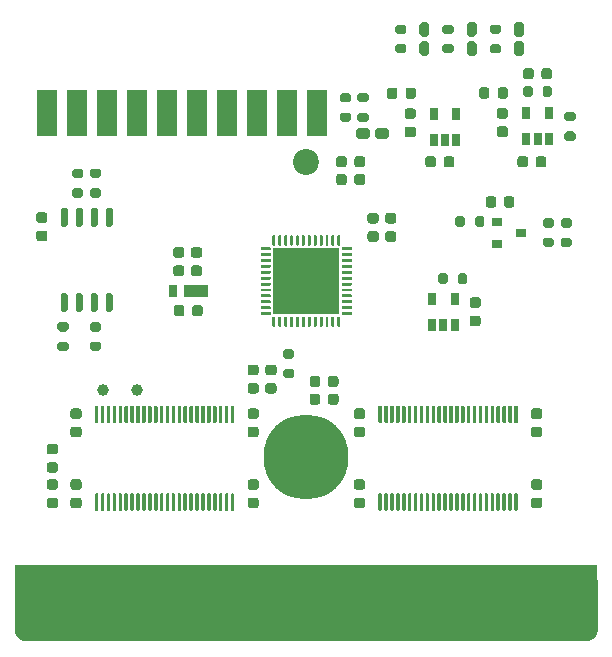
<source format=gbr>
%TF.GenerationSoftware,KiCad,Pcbnew,5.1.7-a382d34a8~88~ubuntu18.04.1*%
%TF.CreationDate,2020-12-02T18:34:38+09:00*%
%TF.ProjectId,iCEboy-pcb,69434562-6f79-42d7-9063-622e6b696361,rev?*%
%TF.SameCoordinates,PX20e6da0PY5b136e0*%
%TF.FileFunction,Soldermask,Top*%
%TF.FilePolarity,Negative*%
%FSLAX46Y46*%
G04 Gerber Fmt 4.6, Leading zero omitted, Abs format (unit mm)*
G04 Created by KiCad (PCBNEW 5.1.7-a382d34a8~88~ubuntu18.04.1) date 2020-12-02 18:34:38*
%MOMM*%
%LPD*%
G01*
G04 APERTURE LIST*
%ADD10R,49.400000X3.000000*%
%ADD11C,7.200000*%
%ADD12C,2.200000*%
%ADD13R,1.700000X4.000000*%
%ADD14R,2.000000X1.100000*%
%ADD15R,0.800000X1.100000*%
%ADD16C,1.000000*%
%ADD17R,0.650000X1.060000*%
%ADD18R,0.900000X0.800000*%
%ADD19R,5.600000X5.600000*%
G04 APERTURE END LIST*
%TO.C,J1*%
G36*
G01*
X50200000Y4998000D02*
X50200000Y1002000D01*
G75*
G02*
X49198000Y0I-1002000J0D01*
G01*
X1802000Y0D01*
G75*
G02*
X800000Y1002000I0J1002000D01*
G01*
X800000Y4998000D01*
G75*
G02*
X1802000Y6000000I1002000J0D01*
G01*
X49198000Y6000000D01*
G75*
G02*
X50200000Y4998000I0J-1002000D01*
G01*
G37*
D10*
X25500000Y5000000D03*
D11*
X25500000Y15600000D03*
D12*
X25500000Y40600000D03*
%TD*%
D13*
%TO.C,J2*%
X26416000Y44704000D03*
X23876000Y44704000D03*
X21336000Y44704000D03*
X18796000Y44704000D03*
X16256000Y44704000D03*
X13716000Y44704000D03*
X11176000Y44704000D03*
X8636000Y44704000D03*
X6096000Y44704000D03*
X3556000Y44704000D03*
%TD*%
D14*
%TO.C,D5*%
X16150000Y29700000D03*
D15*
X14250000Y29700000D03*
%TD*%
D16*
%TO.C,TP2*%
X11200000Y21300000D03*
%TD*%
%TO.C,TP1*%
X8300000Y21300000D03*
%TD*%
D17*
%TO.C,X1*%
X36150000Y29000000D03*
X38050000Y29000000D03*
X38050000Y26800000D03*
X37100000Y26800000D03*
X36150000Y26800000D03*
%TD*%
%TO.C,R1*%
G36*
G01*
X38325000Y30425000D02*
X38325000Y30975000D01*
G75*
G02*
X38525000Y31175000I200000J0D01*
G01*
X38925000Y31175000D01*
G75*
G02*
X39125000Y30975000I0J-200000D01*
G01*
X39125000Y30425000D01*
G75*
G02*
X38925000Y30225000I-200000J0D01*
G01*
X38525000Y30225000D01*
G75*
G02*
X38325000Y30425000I0J200000D01*
G01*
G37*
G36*
G01*
X36675000Y30425000D02*
X36675000Y30975000D01*
G75*
G02*
X36875000Y31175000I200000J0D01*
G01*
X37275000Y31175000D01*
G75*
G02*
X37475000Y30975000I0J-200000D01*
G01*
X37475000Y30425000D01*
G75*
G02*
X37275000Y30225000I-200000J0D01*
G01*
X36875000Y30225000D01*
G75*
G02*
X36675000Y30425000I0J200000D01*
G01*
G37*
%TD*%
%TO.C,C10*%
G36*
G01*
X39550000Y27575000D02*
X40050000Y27575000D01*
G75*
G02*
X40275000Y27350000I0J-225000D01*
G01*
X40275000Y26900000D01*
G75*
G02*
X40050000Y26675000I-225000J0D01*
G01*
X39550000Y26675000D01*
G75*
G02*
X39325000Y26900000I0J225000D01*
G01*
X39325000Y27350000D01*
G75*
G02*
X39550000Y27575000I225000J0D01*
G01*
G37*
G36*
G01*
X39550000Y29125000D02*
X40050000Y29125000D01*
G75*
G02*
X40275000Y28900000I0J-225000D01*
G01*
X40275000Y28450000D01*
G75*
G02*
X40050000Y28225000I-225000J0D01*
G01*
X39550000Y28225000D01*
G75*
G02*
X39325000Y28450000I0J225000D01*
G01*
X39325000Y28900000D01*
G75*
G02*
X39550000Y29125000I225000J0D01*
G01*
G37*
%TD*%
%TO.C,R9*%
G36*
G01*
X47225000Y34175000D02*
X47775000Y34175000D01*
G75*
G02*
X47975000Y33975000I0J-200000D01*
G01*
X47975000Y33575000D01*
G75*
G02*
X47775000Y33375000I-200000J0D01*
G01*
X47225000Y33375000D01*
G75*
G02*
X47025000Y33575000I0J200000D01*
G01*
X47025000Y33975000D01*
G75*
G02*
X47225000Y34175000I200000J0D01*
G01*
G37*
G36*
G01*
X47225000Y35825000D02*
X47775000Y35825000D01*
G75*
G02*
X47975000Y35625000I0J-200000D01*
G01*
X47975000Y35225000D01*
G75*
G02*
X47775000Y35025000I-200000J0D01*
G01*
X47225000Y35025000D01*
G75*
G02*
X47025000Y35225000I0J200000D01*
G01*
X47025000Y35625000D01*
G75*
G02*
X47225000Y35825000I200000J0D01*
G01*
G37*
%TD*%
%TO.C,R8*%
G36*
G01*
X46275000Y35025000D02*
X45725000Y35025000D01*
G75*
G02*
X45525000Y35225000I0J200000D01*
G01*
X45525000Y35625000D01*
G75*
G02*
X45725000Y35825000I200000J0D01*
G01*
X46275000Y35825000D01*
G75*
G02*
X46475000Y35625000I0J-200000D01*
G01*
X46475000Y35225000D01*
G75*
G02*
X46275000Y35025000I-200000J0D01*
G01*
G37*
G36*
G01*
X46275000Y33375000D02*
X45725000Y33375000D01*
G75*
G02*
X45525000Y33575000I0J200000D01*
G01*
X45525000Y33975000D01*
G75*
G02*
X45725000Y34175000I200000J0D01*
G01*
X46275000Y34175000D01*
G75*
G02*
X46475000Y33975000I0J-200000D01*
G01*
X46475000Y33575000D01*
G75*
G02*
X46275000Y33375000I-200000J0D01*
G01*
G37*
%TD*%
%TO.C,C17*%
G36*
G01*
X41575000Y37450000D02*
X41575000Y36950000D01*
G75*
G02*
X41350000Y36725000I-225000J0D01*
G01*
X40900000Y36725000D01*
G75*
G02*
X40675000Y36950000I0J225000D01*
G01*
X40675000Y37450000D01*
G75*
G02*
X40900000Y37675000I225000J0D01*
G01*
X41350000Y37675000D01*
G75*
G02*
X41575000Y37450000I0J-225000D01*
G01*
G37*
G36*
G01*
X43125000Y37450000D02*
X43125000Y36950000D01*
G75*
G02*
X42900000Y36725000I-225000J0D01*
G01*
X42450000Y36725000D01*
G75*
G02*
X42225000Y36950000I0J225000D01*
G01*
X42225000Y37450000D01*
G75*
G02*
X42450000Y37675000I225000J0D01*
G01*
X42900000Y37675000D01*
G75*
G02*
X43125000Y37450000I0J-225000D01*
G01*
G37*
%TD*%
%TO.C,R2*%
G36*
G01*
X28525000Y44775000D02*
X29075000Y44775000D01*
G75*
G02*
X29275000Y44575000I0J-200000D01*
G01*
X29275000Y44175000D01*
G75*
G02*
X29075000Y43975000I-200000J0D01*
G01*
X28525000Y43975000D01*
G75*
G02*
X28325000Y44175000I0J200000D01*
G01*
X28325000Y44575000D01*
G75*
G02*
X28525000Y44775000I200000J0D01*
G01*
G37*
G36*
G01*
X28525000Y46425000D02*
X29075000Y46425000D01*
G75*
G02*
X29275000Y46225000I0J-200000D01*
G01*
X29275000Y45825000D01*
G75*
G02*
X29075000Y45625000I-200000J0D01*
G01*
X28525000Y45625000D01*
G75*
G02*
X28325000Y45825000I0J200000D01*
G01*
X28325000Y46225000D01*
G75*
G02*
X28525000Y46425000I200000J0D01*
G01*
G37*
%TD*%
%TO.C,R6*%
G36*
G01*
X41775000Y51425000D02*
X41225000Y51425000D01*
G75*
G02*
X41025000Y51625000I0J200000D01*
G01*
X41025000Y52025000D01*
G75*
G02*
X41225000Y52225000I200000J0D01*
G01*
X41775000Y52225000D01*
G75*
G02*
X41975000Y52025000I0J-200000D01*
G01*
X41975000Y51625000D01*
G75*
G02*
X41775000Y51425000I-200000J0D01*
G01*
G37*
G36*
G01*
X41775000Y49775000D02*
X41225000Y49775000D01*
G75*
G02*
X41025000Y49975000I0J200000D01*
G01*
X41025000Y50375000D01*
G75*
G02*
X41225000Y50575000I200000J0D01*
G01*
X41775000Y50575000D01*
G75*
G02*
X41975000Y50375000I0J-200000D01*
G01*
X41975000Y49975000D01*
G75*
G02*
X41775000Y49775000I-200000J0D01*
G01*
G37*
%TD*%
%TO.C,R5*%
G36*
G01*
X37775000Y51425000D02*
X37225000Y51425000D01*
G75*
G02*
X37025000Y51625000I0J200000D01*
G01*
X37025000Y52025000D01*
G75*
G02*
X37225000Y52225000I200000J0D01*
G01*
X37775000Y52225000D01*
G75*
G02*
X37975000Y52025000I0J-200000D01*
G01*
X37975000Y51625000D01*
G75*
G02*
X37775000Y51425000I-200000J0D01*
G01*
G37*
G36*
G01*
X37775000Y49775000D02*
X37225000Y49775000D01*
G75*
G02*
X37025000Y49975000I0J200000D01*
G01*
X37025000Y50375000D01*
G75*
G02*
X37225000Y50575000I200000J0D01*
G01*
X37775000Y50575000D01*
G75*
G02*
X37975000Y50375000I0J-200000D01*
G01*
X37975000Y49975000D01*
G75*
G02*
X37775000Y49775000I-200000J0D01*
G01*
G37*
%TD*%
%TO.C,R4*%
G36*
G01*
X33775000Y51425000D02*
X33225000Y51425000D01*
G75*
G02*
X33025000Y51625000I0J200000D01*
G01*
X33025000Y52025000D01*
G75*
G02*
X33225000Y52225000I200000J0D01*
G01*
X33775000Y52225000D01*
G75*
G02*
X33975000Y52025000I0J-200000D01*
G01*
X33975000Y51625000D01*
G75*
G02*
X33775000Y51425000I-200000J0D01*
G01*
G37*
G36*
G01*
X33775000Y49775000D02*
X33225000Y49775000D01*
G75*
G02*
X33025000Y49975000I0J200000D01*
G01*
X33025000Y50375000D01*
G75*
G02*
X33225000Y50575000I200000J0D01*
G01*
X33775000Y50575000D01*
G75*
G02*
X33975000Y50375000I0J-200000D01*
G01*
X33975000Y49975000D01*
G75*
G02*
X33775000Y49775000I-200000J0D01*
G01*
G37*
%TD*%
%TO.C,D4*%
G36*
G01*
X43712500Y51200000D02*
X43287500Y51200000D01*
G75*
G02*
X43075000Y51412500I0J212500D01*
G01*
X43075000Y52212500D01*
G75*
G02*
X43287500Y52425000I212500J0D01*
G01*
X43712500Y52425000D01*
G75*
G02*
X43925000Y52212500I0J-212500D01*
G01*
X43925000Y51412500D01*
G75*
G02*
X43712500Y51200000I-212500J0D01*
G01*
G37*
G36*
G01*
X43712500Y49575000D02*
X43287500Y49575000D01*
G75*
G02*
X43075000Y49787500I0J212500D01*
G01*
X43075000Y50587500D01*
G75*
G02*
X43287500Y50800000I212500J0D01*
G01*
X43712500Y50800000D01*
G75*
G02*
X43925000Y50587500I0J-212500D01*
G01*
X43925000Y49787500D01*
G75*
G02*
X43712500Y49575000I-212500J0D01*
G01*
G37*
%TD*%
%TO.C,D3*%
G36*
G01*
X39712500Y51200000D02*
X39287500Y51200000D01*
G75*
G02*
X39075000Y51412500I0J212500D01*
G01*
X39075000Y52212500D01*
G75*
G02*
X39287500Y52425000I212500J0D01*
G01*
X39712500Y52425000D01*
G75*
G02*
X39925000Y52212500I0J-212500D01*
G01*
X39925000Y51412500D01*
G75*
G02*
X39712500Y51200000I-212500J0D01*
G01*
G37*
G36*
G01*
X39712500Y49575000D02*
X39287500Y49575000D01*
G75*
G02*
X39075000Y49787500I0J212500D01*
G01*
X39075000Y50587500D01*
G75*
G02*
X39287500Y50800000I212500J0D01*
G01*
X39712500Y50800000D01*
G75*
G02*
X39925000Y50587500I0J-212500D01*
G01*
X39925000Y49787500D01*
G75*
G02*
X39712500Y49575000I-212500J0D01*
G01*
G37*
%TD*%
%TO.C,D2*%
G36*
G01*
X35712500Y51200000D02*
X35287500Y51200000D01*
G75*
G02*
X35075000Y51412500I0J212500D01*
G01*
X35075000Y52212500D01*
G75*
G02*
X35287500Y52425000I212500J0D01*
G01*
X35712500Y52425000D01*
G75*
G02*
X35925000Y52212500I0J-212500D01*
G01*
X35925000Y51412500D01*
G75*
G02*
X35712500Y51200000I-212500J0D01*
G01*
G37*
G36*
G01*
X35712500Y49575000D02*
X35287500Y49575000D01*
G75*
G02*
X35075000Y49787500I0J212500D01*
G01*
X35075000Y50587500D01*
G75*
G02*
X35287500Y50800000I212500J0D01*
G01*
X35712500Y50800000D01*
G75*
G02*
X35925000Y50587500I0J-212500D01*
G01*
X35925000Y49787500D01*
G75*
G02*
X35712500Y49575000I-212500J0D01*
G01*
G37*
%TD*%
%TO.C,U6*%
G36*
G01*
X5145000Y35100000D02*
X4845000Y35100000D01*
G75*
G02*
X4695000Y35250000I0J150000D01*
G01*
X4695000Y36550000D01*
G75*
G02*
X4845000Y36700000I150000J0D01*
G01*
X5145000Y36700000D01*
G75*
G02*
X5295000Y36550000I0J-150000D01*
G01*
X5295000Y35250000D01*
G75*
G02*
X5145000Y35100000I-150000J0D01*
G01*
G37*
G36*
G01*
X6415000Y35100000D02*
X6115000Y35100000D01*
G75*
G02*
X5965000Y35250000I0J150000D01*
G01*
X5965000Y36550000D01*
G75*
G02*
X6115000Y36700000I150000J0D01*
G01*
X6415000Y36700000D01*
G75*
G02*
X6565000Y36550000I0J-150000D01*
G01*
X6565000Y35250000D01*
G75*
G02*
X6415000Y35100000I-150000J0D01*
G01*
G37*
G36*
G01*
X7685000Y35100000D02*
X7385000Y35100000D01*
G75*
G02*
X7235000Y35250000I0J150000D01*
G01*
X7235000Y36550000D01*
G75*
G02*
X7385000Y36700000I150000J0D01*
G01*
X7685000Y36700000D01*
G75*
G02*
X7835000Y36550000I0J-150000D01*
G01*
X7835000Y35250000D01*
G75*
G02*
X7685000Y35100000I-150000J0D01*
G01*
G37*
G36*
G01*
X8955000Y35100000D02*
X8655000Y35100000D01*
G75*
G02*
X8505000Y35250000I0J150000D01*
G01*
X8505000Y36550000D01*
G75*
G02*
X8655000Y36700000I150000J0D01*
G01*
X8955000Y36700000D01*
G75*
G02*
X9105000Y36550000I0J-150000D01*
G01*
X9105000Y35250000D01*
G75*
G02*
X8955000Y35100000I-150000J0D01*
G01*
G37*
G36*
G01*
X8955000Y27900000D02*
X8655000Y27900000D01*
G75*
G02*
X8505000Y28050000I0J150000D01*
G01*
X8505000Y29350000D01*
G75*
G02*
X8655000Y29500000I150000J0D01*
G01*
X8955000Y29500000D01*
G75*
G02*
X9105000Y29350000I0J-150000D01*
G01*
X9105000Y28050000D01*
G75*
G02*
X8955000Y27900000I-150000J0D01*
G01*
G37*
G36*
G01*
X7685000Y27900000D02*
X7385000Y27900000D01*
G75*
G02*
X7235000Y28050000I0J150000D01*
G01*
X7235000Y29350000D01*
G75*
G02*
X7385000Y29500000I150000J0D01*
G01*
X7685000Y29500000D01*
G75*
G02*
X7835000Y29350000I0J-150000D01*
G01*
X7835000Y28050000D01*
G75*
G02*
X7685000Y27900000I-150000J0D01*
G01*
G37*
G36*
G01*
X6415000Y27900000D02*
X6115000Y27900000D01*
G75*
G02*
X5965000Y28050000I0J150000D01*
G01*
X5965000Y29350000D01*
G75*
G02*
X6115000Y29500000I150000J0D01*
G01*
X6415000Y29500000D01*
G75*
G02*
X6565000Y29350000I0J-150000D01*
G01*
X6565000Y28050000D01*
G75*
G02*
X6415000Y27900000I-150000J0D01*
G01*
G37*
G36*
G01*
X5145000Y27900000D02*
X4845000Y27900000D01*
G75*
G02*
X4695000Y28050000I0J150000D01*
G01*
X4695000Y29350000D01*
G75*
G02*
X4845000Y29500000I150000J0D01*
G01*
X5145000Y29500000D01*
G75*
G02*
X5295000Y29350000I0J-150000D01*
G01*
X5295000Y28050000D01*
G75*
G02*
X5145000Y27900000I-150000J0D01*
G01*
G37*
%TD*%
%TO.C,C1*%
G36*
G01*
X4250000Y14275000D02*
X3750000Y14275000D01*
G75*
G02*
X3525000Y14500000I0J225000D01*
G01*
X3525000Y14950000D01*
G75*
G02*
X3750000Y15175000I225000J0D01*
G01*
X4250000Y15175000D01*
G75*
G02*
X4475000Y14950000I0J-225000D01*
G01*
X4475000Y14500000D01*
G75*
G02*
X4250000Y14275000I-225000J0D01*
G01*
G37*
G36*
G01*
X4250000Y15825000D02*
X3750000Y15825000D01*
G75*
G02*
X3525000Y16050000I0J225000D01*
G01*
X3525000Y16500000D01*
G75*
G02*
X3750000Y16725000I225000J0D01*
G01*
X4250000Y16725000D01*
G75*
G02*
X4475000Y16500000I0J-225000D01*
G01*
X4475000Y16050000D01*
G75*
G02*
X4250000Y15825000I-225000J0D01*
G01*
G37*
%TD*%
%TO.C,C2*%
G36*
G01*
X5750000Y12175000D02*
X6250000Y12175000D01*
G75*
G02*
X6475000Y11950000I0J-225000D01*
G01*
X6475000Y11500000D01*
G75*
G02*
X6250000Y11275000I-225000J0D01*
G01*
X5750000Y11275000D01*
G75*
G02*
X5525000Y11500000I0J225000D01*
G01*
X5525000Y11950000D01*
G75*
G02*
X5750000Y12175000I225000J0D01*
G01*
G37*
G36*
G01*
X5750000Y13725000D02*
X6250000Y13725000D01*
G75*
G02*
X6475000Y13500000I0J-225000D01*
G01*
X6475000Y13050000D01*
G75*
G02*
X6250000Y12825000I-225000J0D01*
G01*
X5750000Y12825000D01*
G75*
G02*
X5525000Y13050000I0J225000D01*
G01*
X5525000Y13500000D01*
G75*
G02*
X5750000Y13725000I225000J0D01*
G01*
G37*
%TD*%
%TO.C,C3*%
G36*
G01*
X29750000Y12175000D02*
X30250000Y12175000D01*
G75*
G02*
X30475000Y11950000I0J-225000D01*
G01*
X30475000Y11500000D01*
G75*
G02*
X30250000Y11275000I-225000J0D01*
G01*
X29750000Y11275000D01*
G75*
G02*
X29525000Y11500000I0J225000D01*
G01*
X29525000Y11950000D01*
G75*
G02*
X29750000Y12175000I225000J0D01*
G01*
G37*
G36*
G01*
X29750000Y13725000D02*
X30250000Y13725000D01*
G75*
G02*
X30475000Y13500000I0J-225000D01*
G01*
X30475000Y13050000D01*
G75*
G02*
X30250000Y12825000I-225000J0D01*
G01*
X29750000Y12825000D01*
G75*
G02*
X29525000Y13050000I0J225000D01*
G01*
X29525000Y13500000D01*
G75*
G02*
X29750000Y13725000I225000J0D01*
G01*
G37*
%TD*%
%TO.C,C4*%
G36*
G01*
X20750000Y13725000D02*
X21250000Y13725000D01*
G75*
G02*
X21475000Y13500000I0J-225000D01*
G01*
X21475000Y13050000D01*
G75*
G02*
X21250000Y12825000I-225000J0D01*
G01*
X20750000Y12825000D01*
G75*
G02*
X20525000Y13050000I0J225000D01*
G01*
X20525000Y13500000D01*
G75*
G02*
X20750000Y13725000I225000J0D01*
G01*
G37*
G36*
G01*
X20750000Y12175000D02*
X21250000Y12175000D01*
G75*
G02*
X21475000Y11950000I0J-225000D01*
G01*
X21475000Y11500000D01*
G75*
G02*
X21250000Y11275000I-225000J0D01*
G01*
X20750000Y11275000D01*
G75*
G02*
X20525000Y11500000I0J225000D01*
G01*
X20525000Y11950000D01*
G75*
G02*
X20750000Y12175000I225000J0D01*
G01*
G37*
%TD*%
%TO.C,C5*%
G36*
G01*
X44750000Y12175000D02*
X45250000Y12175000D01*
G75*
G02*
X45475000Y11950000I0J-225000D01*
G01*
X45475000Y11500000D01*
G75*
G02*
X45250000Y11275000I-225000J0D01*
G01*
X44750000Y11275000D01*
G75*
G02*
X44525000Y11500000I0J225000D01*
G01*
X44525000Y11950000D01*
G75*
G02*
X44750000Y12175000I225000J0D01*
G01*
G37*
G36*
G01*
X44750000Y13725000D02*
X45250000Y13725000D01*
G75*
G02*
X45475000Y13500000I0J-225000D01*
G01*
X45475000Y13050000D01*
G75*
G02*
X45250000Y12825000I-225000J0D01*
G01*
X44750000Y12825000D01*
G75*
G02*
X44525000Y13050000I0J225000D01*
G01*
X44525000Y13500000D01*
G75*
G02*
X44750000Y13725000I225000J0D01*
G01*
G37*
%TD*%
%TO.C,C6*%
G36*
G01*
X6250000Y18825000D02*
X5750000Y18825000D01*
G75*
G02*
X5525000Y19050000I0J225000D01*
G01*
X5525000Y19500000D01*
G75*
G02*
X5750000Y19725000I225000J0D01*
G01*
X6250000Y19725000D01*
G75*
G02*
X6475000Y19500000I0J-225000D01*
G01*
X6475000Y19050000D01*
G75*
G02*
X6250000Y18825000I-225000J0D01*
G01*
G37*
G36*
G01*
X6250000Y17275000D02*
X5750000Y17275000D01*
G75*
G02*
X5525000Y17500000I0J225000D01*
G01*
X5525000Y17950000D01*
G75*
G02*
X5750000Y18175000I225000J0D01*
G01*
X6250000Y18175000D01*
G75*
G02*
X6475000Y17950000I0J-225000D01*
G01*
X6475000Y17500000D01*
G75*
G02*
X6250000Y17275000I-225000J0D01*
G01*
G37*
%TD*%
%TO.C,C7*%
G36*
G01*
X30250000Y18825000D02*
X29750000Y18825000D01*
G75*
G02*
X29525000Y19050000I0J225000D01*
G01*
X29525000Y19500000D01*
G75*
G02*
X29750000Y19725000I225000J0D01*
G01*
X30250000Y19725000D01*
G75*
G02*
X30475000Y19500000I0J-225000D01*
G01*
X30475000Y19050000D01*
G75*
G02*
X30250000Y18825000I-225000J0D01*
G01*
G37*
G36*
G01*
X30250000Y17275000D02*
X29750000Y17275000D01*
G75*
G02*
X29525000Y17500000I0J225000D01*
G01*
X29525000Y17950000D01*
G75*
G02*
X29750000Y18175000I225000J0D01*
G01*
X30250000Y18175000D01*
G75*
G02*
X30475000Y17950000I0J-225000D01*
G01*
X30475000Y17500000D01*
G75*
G02*
X30250000Y17275000I-225000J0D01*
G01*
G37*
%TD*%
%TO.C,C8*%
G36*
G01*
X21250000Y17275000D02*
X20750000Y17275000D01*
G75*
G02*
X20525000Y17500000I0J225000D01*
G01*
X20525000Y17950000D01*
G75*
G02*
X20750000Y18175000I225000J0D01*
G01*
X21250000Y18175000D01*
G75*
G02*
X21475000Y17950000I0J-225000D01*
G01*
X21475000Y17500000D01*
G75*
G02*
X21250000Y17275000I-225000J0D01*
G01*
G37*
G36*
G01*
X21250000Y18825000D02*
X20750000Y18825000D01*
G75*
G02*
X20525000Y19050000I0J225000D01*
G01*
X20525000Y19500000D01*
G75*
G02*
X20750000Y19725000I225000J0D01*
G01*
X21250000Y19725000D01*
G75*
G02*
X21475000Y19500000I0J-225000D01*
G01*
X21475000Y19050000D01*
G75*
G02*
X21250000Y18825000I-225000J0D01*
G01*
G37*
%TD*%
%TO.C,C9*%
G36*
G01*
X45250000Y17275000D02*
X44750000Y17275000D01*
G75*
G02*
X44525000Y17500000I0J225000D01*
G01*
X44525000Y17950000D01*
G75*
G02*
X44750000Y18175000I225000J0D01*
G01*
X45250000Y18175000D01*
G75*
G02*
X45475000Y17950000I0J-225000D01*
G01*
X45475000Y17500000D01*
G75*
G02*
X45250000Y17275000I-225000J0D01*
G01*
G37*
G36*
G01*
X45250000Y18825000D02*
X44750000Y18825000D01*
G75*
G02*
X44525000Y19050000I0J225000D01*
G01*
X44525000Y19500000D01*
G75*
G02*
X44750000Y19725000I225000J0D01*
G01*
X45250000Y19725000D01*
G75*
G02*
X45475000Y19500000I0J-225000D01*
G01*
X45475000Y19050000D01*
G75*
G02*
X45250000Y18825000I-225000J0D01*
G01*
G37*
%TD*%
%TO.C,C11*%
G36*
G01*
X27325000Y20250000D02*
X27325000Y20750000D01*
G75*
G02*
X27550000Y20975000I225000J0D01*
G01*
X28000000Y20975000D01*
G75*
G02*
X28225000Y20750000I0J-225000D01*
G01*
X28225000Y20250000D01*
G75*
G02*
X28000000Y20025000I-225000J0D01*
G01*
X27550000Y20025000D01*
G75*
G02*
X27325000Y20250000I0J225000D01*
G01*
G37*
G36*
G01*
X25775000Y20250000D02*
X25775000Y20750000D01*
G75*
G02*
X26000000Y20975000I225000J0D01*
G01*
X26450000Y20975000D01*
G75*
G02*
X26675000Y20750000I0J-225000D01*
G01*
X26675000Y20250000D01*
G75*
G02*
X26450000Y20025000I-225000J0D01*
G01*
X26000000Y20025000D01*
G75*
G02*
X25775000Y20250000I0J225000D01*
G01*
G37*
%TD*%
%TO.C,C12*%
G36*
G01*
X31400000Y33825000D02*
X30900000Y33825000D01*
G75*
G02*
X30675000Y34050000I0J225000D01*
G01*
X30675000Y34500000D01*
G75*
G02*
X30900000Y34725000I225000J0D01*
G01*
X31400000Y34725000D01*
G75*
G02*
X31625000Y34500000I0J-225000D01*
G01*
X31625000Y34050000D01*
G75*
G02*
X31400000Y33825000I-225000J0D01*
G01*
G37*
G36*
G01*
X31400000Y35375000D02*
X30900000Y35375000D01*
G75*
G02*
X30675000Y35600000I0J225000D01*
G01*
X30675000Y36050000D01*
G75*
G02*
X30900000Y36275000I225000J0D01*
G01*
X31400000Y36275000D01*
G75*
G02*
X31625000Y36050000I0J-225000D01*
G01*
X31625000Y35600000D01*
G75*
G02*
X31400000Y35375000I-225000J0D01*
G01*
G37*
%TD*%
%TO.C,C13*%
G36*
G01*
X16450000Y30925000D02*
X15950000Y30925000D01*
G75*
G02*
X15725000Y31150000I0J225000D01*
G01*
X15725000Y31600000D01*
G75*
G02*
X15950000Y31825000I225000J0D01*
G01*
X16450000Y31825000D01*
G75*
G02*
X16675000Y31600000I0J-225000D01*
G01*
X16675000Y31150000D01*
G75*
G02*
X16450000Y30925000I-225000J0D01*
G01*
G37*
G36*
G01*
X16450000Y32475000D02*
X15950000Y32475000D01*
G75*
G02*
X15725000Y32700000I0J225000D01*
G01*
X15725000Y33150000D01*
G75*
G02*
X15950000Y33375000I225000J0D01*
G01*
X16450000Y33375000D01*
G75*
G02*
X16675000Y33150000I0J-225000D01*
G01*
X16675000Y32700000D01*
G75*
G02*
X16450000Y32475000I-225000J0D01*
G01*
G37*
%TD*%
%TO.C,C14*%
G36*
G01*
X25775000Y21750000D02*
X25775000Y22250000D01*
G75*
G02*
X26000000Y22475000I225000J0D01*
G01*
X26450000Y22475000D01*
G75*
G02*
X26675000Y22250000I0J-225000D01*
G01*
X26675000Y21750000D01*
G75*
G02*
X26450000Y21525000I-225000J0D01*
G01*
X26000000Y21525000D01*
G75*
G02*
X25775000Y21750000I0J225000D01*
G01*
G37*
G36*
G01*
X27325000Y21750000D02*
X27325000Y22250000D01*
G75*
G02*
X27550000Y22475000I225000J0D01*
G01*
X28000000Y22475000D01*
G75*
G02*
X28225000Y22250000I0J-225000D01*
G01*
X28225000Y21750000D01*
G75*
G02*
X28000000Y21525000I-225000J0D01*
G01*
X27550000Y21525000D01*
G75*
G02*
X27325000Y21750000I0J225000D01*
G01*
G37*
%TD*%
%TO.C,C15*%
G36*
G01*
X32900000Y33825000D02*
X32400000Y33825000D01*
G75*
G02*
X32175000Y34050000I0J225000D01*
G01*
X32175000Y34500000D01*
G75*
G02*
X32400000Y34725000I225000J0D01*
G01*
X32900000Y34725000D01*
G75*
G02*
X33125000Y34500000I0J-225000D01*
G01*
X33125000Y34050000D01*
G75*
G02*
X32900000Y33825000I-225000J0D01*
G01*
G37*
G36*
G01*
X32900000Y35375000D02*
X32400000Y35375000D01*
G75*
G02*
X32175000Y35600000I0J225000D01*
G01*
X32175000Y36050000D01*
G75*
G02*
X32400000Y36275000I225000J0D01*
G01*
X32900000Y36275000D01*
G75*
G02*
X33125000Y36050000I0J-225000D01*
G01*
X33125000Y35600000D01*
G75*
G02*
X32900000Y35375000I-225000J0D01*
G01*
G37*
%TD*%
%TO.C,C16*%
G36*
G01*
X14950000Y32475000D02*
X14450000Y32475000D01*
G75*
G02*
X14225000Y32700000I0J225000D01*
G01*
X14225000Y33150000D01*
G75*
G02*
X14450000Y33375000I225000J0D01*
G01*
X14950000Y33375000D01*
G75*
G02*
X15175000Y33150000I0J-225000D01*
G01*
X15175000Y32700000D01*
G75*
G02*
X14950000Y32475000I-225000J0D01*
G01*
G37*
G36*
G01*
X14950000Y30925000D02*
X14450000Y30925000D01*
G75*
G02*
X14225000Y31150000I0J225000D01*
G01*
X14225000Y31600000D01*
G75*
G02*
X14450000Y31825000I225000J0D01*
G01*
X14950000Y31825000D01*
G75*
G02*
X15175000Y31600000I0J-225000D01*
G01*
X15175000Y31150000D01*
G75*
G02*
X14950000Y30925000I-225000J0D01*
G01*
G37*
%TD*%
%TO.C,C18*%
G36*
G01*
X15825000Y27750000D02*
X15825000Y28250000D01*
G75*
G02*
X16050000Y28475000I225000J0D01*
G01*
X16500000Y28475000D01*
G75*
G02*
X16725000Y28250000I0J-225000D01*
G01*
X16725000Y27750000D01*
G75*
G02*
X16500000Y27525000I-225000J0D01*
G01*
X16050000Y27525000D01*
G75*
G02*
X15825000Y27750000I0J225000D01*
G01*
G37*
G36*
G01*
X14275000Y27750000D02*
X14275000Y28250000D01*
G75*
G02*
X14500000Y28475000I225000J0D01*
G01*
X14950000Y28475000D01*
G75*
G02*
X15175000Y28250000I0J-225000D01*
G01*
X15175000Y27750000D01*
G75*
G02*
X14950000Y27525000I-225000J0D01*
G01*
X14500000Y27525000D01*
G75*
G02*
X14275000Y27750000I0J225000D01*
G01*
G37*
%TD*%
%TO.C,C19*%
G36*
G01*
X43375000Y40350000D02*
X43375000Y40850000D01*
G75*
G02*
X43600000Y41075000I225000J0D01*
G01*
X44050000Y41075000D01*
G75*
G02*
X44275000Y40850000I0J-225000D01*
G01*
X44275000Y40350000D01*
G75*
G02*
X44050000Y40125000I-225000J0D01*
G01*
X43600000Y40125000D01*
G75*
G02*
X43375000Y40350000I0J225000D01*
G01*
G37*
G36*
G01*
X44925000Y40350000D02*
X44925000Y40850000D01*
G75*
G02*
X45150000Y41075000I225000J0D01*
G01*
X45600000Y41075000D01*
G75*
G02*
X45825000Y40850000I0J-225000D01*
G01*
X45825000Y40350000D01*
G75*
G02*
X45600000Y40125000I-225000J0D01*
G01*
X45150000Y40125000D01*
G75*
G02*
X44925000Y40350000I0J225000D01*
G01*
G37*
%TD*%
%TO.C,C20*%
G36*
G01*
X35575000Y40350000D02*
X35575000Y40850000D01*
G75*
G02*
X35800000Y41075000I225000J0D01*
G01*
X36250000Y41075000D01*
G75*
G02*
X36475000Y40850000I0J-225000D01*
G01*
X36475000Y40350000D01*
G75*
G02*
X36250000Y40125000I-225000J0D01*
G01*
X35800000Y40125000D01*
G75*
G02*
X35575000Y40350000I0J225000D01*
G01*
G37*
G36*
G01*
X37125000Y40350000D02*
X37125000Y40850000D01*
G75*
G02*
X37350000Y41075000I225000J0D01*
G01*
X37800000Y41075000D01*
G75*
G02*
X38025000Y40850000I0J-225000D01*
G01*
X38025000Y40350000D01*
G75*
G02*
X37800000Y40125000I-225000J0D01*
G01*
X37350000Y40125000D01*
G75*
G02*
X37125000Y40350000I0J225000D01*
G01*
G37*
%TD*%
%TO.C,C21*%
G36*
G01*
X28025000Y38850000D02*
X28025000Y39350000D01*
G75*
G02*
X28250000Y39575000I225000J0D01*
G01*
X28700000Y39575000D01*
G75*
G02*
X28925000Y39350000I0J-225000D01*
G01*
X28925000Y38850000D01*
G75*
G02*
X28700000Y38625000I-225000J0D01*
G01*
X28250000Y38625000D01*
G75*
G02*
X28025000Y38850000I0J225000D01*
G01*
G37*
G36*
G01*
X29575000Y38850000D02*
X29575000Y39350000D01*
G75*
G02*
X29800000Y39575000I225000J0D01*
G01*
X30250000Y39575000D01*
G75*
G02*
X30475000Y39350000I0J-225000D01*
G01*
X30475000Y38850000D01*
G75*
G02*
X30250000Y38625000I-225000J0D01*
G01*
X29800000Y38625000D01*
G75*
G02*
X29575000Y38850000I0J225000D01*
G01*
G37*
%TD*%
%TO.C,C22*%
G36*
G01*
X34050000Y43575000D02*
X34550000Y43575000D01*
G75*
G02*
X34775000Y43350000I0J-225000D01*
G01*
X34775000Y42900000D01*
G75*
G02*
X34550000Y42675000I-225000J0D01*
G01*
X34050000Y42675000D01*
G75*
G02*
X33825000Y42900000I0J225000D01*
G01*
X33825000Y43350000D01*
G75*
G02*
X34050000Y43575000I225000J0D01*
G01*
G37*
G36*
G01*
X34050000Y45125000D02*
X34550000Y45125000D01*
G75*
G02*
X34775000Y44900000I0J-225000D01*
G01*
X34775000Y44450000D01*
G75*
G02*
X34550000Y44225000I-225000J0D01*
G01*
X34050000Y44225000D01*
G75*
G02*
X33825000Y44450000I0J225000D01*
G01*
X33825000Y44900000D01*
G75*
G02*
X34050000Y45125000I225000J0D01*
G01*
G37*
%TD*%
%TO.C,C23*%
G36*
G01*
X45400000Y47800000D02*
X45400000Y48300000D01*
G75*
G02*
X45625000Y48525000I225000J0D01*
G01*
X46075000Y48525000D01*
G75*
G02*
X46300000Y48300000I0J-225000D01*
G01*
X46300000Y47800000D01*
G75*
G02*
X46075000Y47575000I-225000J0D01*
G01*
X45625000Y47575000D01*
G75*
G02*
X45400000Y47800000I0J225000D01*
G01*
G37*
G36*
G01*
X43850000Y47800000D02*
X43850000Y48300000D01*
G75*
G02*
X44075000Y48525000I225000J0D01*
G01*
X44525000Y48525000D01*
G75*
G02*
X44750000Y48300000I0J-225000D01*
G01*
X44750000Y47800000D01*
G75*
G02*
X44525000Y47575000I-225000J0D01*
G01*
X44075000Y47575000D01*
G75*
G02*
X43850000Y47800000I0J225000D01*
G01*
G37*
%TD*%
%TO.C,C25*%
G36*
G01*
X22250000Y23425000D02*
X22750000Y23425000D01*
G75*
G02*
X22975000Y23200000I0J-225000D01*
G01*
X22975000Y22750000D01*
G75*
G02*
X22750000Y22525000I-225000J0D01*
G01*
X22250000Y22525000D01*
G75*
G02*
X22025000Y22750000I0J225000D01*
G01*
X22025000Y23200000D01*
G75*
G02*
X22250000Y23425000I225000J0D01*
G01*
G37*
G36*
G01*
X22250000Y21875000D02*
X22750000Y21875000D01*
G75*
G02*
X22975000Y21650000I0J-225000D01*
G01*
X22975000Y21200000D01*
G75*
G02*
X22750000Y20975000I-225000J0D01*
G01*
X22250000Y20975000D01*
G75*
G02*
X22025000Y21200000I0J225000D01*
G01*
X22025000Y21650000D01*
G75*
G02*
X22250000Y21875000I225000J0D01*
G01*
G37*
%TD*%
%TO.C,C26*%
G36*
G01*
X41850000Y43600000D02*
X42350000Y43600000D01*
G75*
G02*
X42575000Y43375000I0J-225000D01*
G01*
X42575000Y42925000D01*
G75*
G02*
X42350000Y42700000I-225000J0D01*
G01*
X41850000Y42700000D01*
G75*
G02*
X41625000Y42925000I0J225000D01*
G01*
X41625000Y43375000D01*
G75*
G02*
X41850000Y43600000I225000J0D01*
G01*
G37*
G36*
G01*
X41850000Y45150000D02*
X42350000Y45150000D01*
G75*
G02*
X42575000Y44925000I0J-225000D01*
G01*
X42575000Y44475000D01*
G75*
G02*
X42350000Y44250000I-225000J0D01*
G01*
X41850000Y44250000D01*
G75*
G02*
X41625000Y44475000I0J225000D01*
G01*
X41625000Y44925000D01*
G75*
G02*
X41850000Y45150000I225000J0D01*
G01*
G37*
%TD*%
%TO.C,C27*%
G36*
G01*
X3350000Y35425000D02*
X2850000Y35425000D01*
G75*
G02*
X2625000Y35650000I0J225000D01*
G01*
X2625000Y36100000D01*
G75*
G02*
X2850000Y36325000I225000J0D01*
G01*
X3350000Y36325000D01*
G75*
G02*
X3575000Y36100000I0J-225000D01*
G01*
X3575000Y35650000D01*
G75*
G02*
X3350000Y35425000I-225000J0D01*
G01*
G37*
G36*
G01*
X3350000Y33875000D02*
X2850000Y33875000D01*
G75*
G02*
X2625000Y34100000I0J225000D01*
G01*
X2625000Y34550000D01*
G75*
G02*
X2850000Y34775000I225000J0D01*
G01*
X3350000Y34775000D01*
G75*
G02*
X3575000Y34550000I0J-225000D01*
G01*
X3575000Y34100000D01*
G75*
G02*
X3350000Y33875000I-225000J0D01*
G01*
G37*
%TD*%
%TO.C,C24*%
G36*
G01*
X29575000Y40350000D02*
X29575000Y40850000D01*
G75*
G02*
X29800000Y41075000I225000J0D01*
G01*
X30250000Y41075000D01*
G75*
G02*
X30475000Y40850000I0J-225000D01*
G01*
X30475000Y40350000D01*
G75*
G02*
X30250000Y40125000I-225000J0D01*
G01*
X29800000Y40125000D01*
G75*
G02*
X29575000Y40350000I0J225000D01*
G01*
G37*
G36*
G01*
X28025000Y40350000D02*
X28025000Y40850000D01*
G75*
G02*
X28250000Y41075000I225000J0D01*
G01*
X28700000Y41075000D01*
G75*
G02*
X28925000Y40850000I0J-225000D01*
G01*
X28925000Y40350000D01*
G75*
G02*
X28700000Y40125000I-225000J0D01*
G01*
X28250000Y40125000D01*
G75*
G02*
X28025000Y40350000I0J225000D01*
G01*
G37*
%TD*%
%TO.C,C28*%
G36*
G01*
X20750000Y23425000D02*
X21250000Y23425000D01*
G75*
G02*
X21475000Y23200000I0J-225000D01*
G01*
X21475000Y22750000D01*
G75*
G02*
X21250000Y22525000I-225000J0D01*
G01*
X20750000Y22525000D01*
G75*
G02*
X20525000Y22750000I0J225000D01*
G01*
X20525000Y23200000D01*
G75*
G02*
X20750000Y23425000I225000J0D01*
G01*
G37*
G36*
G01*
X20750000Y21875000D02*
X21250000Y21875000D01*
G75*
G02*
X21475000Y21650000I0J-225000D01*
G01*
X21475000Y21200000D01*
G75*
G02*
X21250000Y20975000I-225000J0D01*
G01*
X20750000Y20975000D01*
G75*
G02*
X20525000Y21200000I0J225000D01*
G01*
X20525000Y21650000D01*
G75*
G02*
X20750000Y21875000I225000J0D01*
G01*
G37*
%TD*%
%TO.C,D1*%
G36*
G01*
X32525000Y43212500D02*
X32525000Y42787500D01*
G75*
G02*
X32312500Y42575000I-212500J0D01*
G01*
X31512500Y42575000D01*
G75*
G02*
X31300000Y42787500I0J212500D01*
G01*
X31300000Y43212500D01*
G75*
G02*
X31512500Y43425000I212500J0D01*
G01*
X32312500Y43425000D01*
G75*
G02*
X32525000Y43212500I0J-212500D01*
G01*
G37*
G36*
G01*
X30900000Y43212500D02*
X30900000Y42787500D01*
G75*
G02*
X30687500Y42575000I-212500J0D01*
G01*
X29887500Y42575000D01*
G75*
G02*
X29675000Y42787500I0J212500D01*
G01*
X29675000Y43212500D01*
G75*
G02*
X29887500Y43425000I212500J0D01*
G01*
X30687500Y43425000D01*
G75*
G02*
X30900000Y43212500I0J-212500D01*
G01*
G37*
%TD*%
%TO.C,L1*%
G36*
G01*
X4256250Y11275000D02*
X3743750Y11275000D01*
G75*
G02*
X3525000Y11493750I0J218750D01*
G01*
X3525000Y11931250D01*
G75*
G02*
X3743750Y12150000I218750J0D01*
G01*
X4256250Y12150000D01*
G75*
G02*
X4475000Y11931250I0J-218750D01*
G01*
X4475000Y11493750D01*
G75*
G02*
X4256250Y11275000I-218750J0D01*
G01*
G37*
G36*
G01*
X4256250Y12850000D02*
X3743750Y12850000D01*
G75*
G02*
X3525000Y13068750I0J218750D01*
G01*
X3525000Y13506250D01*
G75*
G02*
X3743750Y13725000I218750J0D01*
G01*
X4256250Y13725000D01*
G75*
G02*
X4475000Y13506250I0J-218750D01*
G01*
X4475000Y13068750D01*
G75*
G02*
X4256250Y12850000I-218750J0D01*
G01*
G37*
%TD*%
%TO.C,L2*%
G36*
G01*
X34775000Y46656250D02*
X34775000Y46143750D01*
G75*
G02*
X34556250Y45925000I-218750J0D01*
G01*
X34118750Y45925000D01*
G75*
G02*
X33900000Y46143750I0J218750D01*
G01*
X33900000Y46656250D01*
G75*
G02*
X34118750Y46875000I218750J0D01*
G01*
X34556250Y46875000D01*
G75*
G02*
X34775000Y46656250I0J-218750D01*
G01*
G37*
G36*
G01*
X33200000Y46656250D02*
X33200000Y46143750D01*
G75*
G02*
X32981250Y45925000I-218750J0D01*
G01*
X32543750Y45925000D01*
G75*
G02*
X32325000Y46143750I0J218750D01*
G01*
X32325000Y46656250D01*
G75*
G02*
X32543750Y46875000I218750J0D01*
G01*
X32981250Y46875000D01*
G75*
G02*
X33200000Y46656250I0J-218750D01*
G01*
G37*
%TD*%
%TO.C,L3*%
G36*
G01*
X41000000Y46681250D02*
X41000000Y46168750D01*
G75*
G02*
X40781250Y45950000I-218750J0D01*
G01*
X40343750Y45950000D01*
G75*
G02*
X40125000Y46168750I0J218750D01*
G01*
X40125000Y46681250D01*
G75*
G02*
X40343750Y46900000I218750J0D01*
G01*
X40781250Y46900000D01*
G75*
G02*
X41000000Y46681250I0J-218750D01*
G01*
G37*
G36*
G01*
X42575000Y46681250D02*
X42575000Y46168750D01*
G75*
G02*
X42356250Y45950000I-218750J0D01*
G01*
X41918750Y45950000D01*
G75*
G02*
X41700000Y46168750I0J218750D01*
G01*
X41700000Y46681250D01*
G75*
G02*
X41918750Y46900000I218750J0D01*
G01*
X42356250Y46900000D01*
G75*
G02*
X42575000Y46681250I0J-218750D01*
G01*
G37*
%TD*%
D18*
%TO.C,Q1*%
X41645001Y35534999D03*
X41645001Y33634999D03*
X43645001Y34584999D03*
%TD*%
%TO.C,R3*%
G36*
G01*
X30025000Y46425000D02*
X30575000Y46425000D01*
G75*
G02*
X30775000Y46225000I0J-200000D01*
G01*
X30775000Y45825000D01*
G75*
G02*
X30575000Y45625000I-200000J0D01*
G01*
X30025000Y45625000D01*
G75*
G02*
X29825000Y45825000I0J200000D01*
G01*
X29825000Y46225000D01*
G75*
G02*
X30025000Y46425000I200000J0D01*
G01*
G37*
G36*
G01*
X30025000Y44775000D02*
X30575000Y44775000D01*
G75*
G02*
X30775000Y44575000I0J-200000D01*
G01*
X30775000Y44175000D01*
G75*
G02*
X30575000Y43975000I-200000J0D01*
G01*
X30025000Y43975000D01*
G75*
G02*
X29825000Y44175000I0J200000D01*
G01*
X29825000Y44575000D01*
G75*
G02*
X30025000Y44775000I200000J0D01*
G01*
G37*
%TD*%
%TO.C,R7*%
G36*
G01*
X39775000Y35275000D02*
X39775000Y35825000D01*
G75*
G02*
X39975000Y36025000I200000J0D01*
G01*
X40375000Y36025000D01*
G75*
G02*
X40575000Y35825000I0J-200000D01*
G01*
X40575000Y35275000D01*
G75*
G02*
X40375000Y35075000I-200000J0D01*
G01*
X39975000Y35075000D01*
G75*
G02*
X39775000Y35275000I0J200000D01*
G01*
G37*
G36*
G01*
X38125000Y35275000D02*
X38125000Y35825000D01*
G75*
G02*
X38325000Y36025000I200000J0D01*
G01*
X38725000Y36025000D01*
G75*
G02*
X38925000Y35825000I0J-200000D01*
G01*
X38925000Y35275000D01*
G75*
G02*
X38725000Y35075000I-200000J0D01*
G01*
X38325000Y35075000D01*
G75*
G02*
X38125000Y35275000I0J200000D01*
G01*
G37*
%TD*%
%TO.C,R10*%
G36*
G01*
X5175000Y26225000D02*
X4625000Y26225000D01*
G75*
G02*
X4425000Y26425000I0J200000D01*
G01*
X4425000Y26825000D01*
G75*
G02*
X4625000Y27025000I200000J0D01*
G01*
X5175000Y27025000D01*
G75*
G02*
X5375000Y26825000I0J-200000D01*
G01*
X5375000Y26425000D01*
G75*
G02*
X5175000Y26225000I-200000J0D01*
G01*
G37*
G36*
G01*
X5175000Y24575000D02*
X4625000Y24575000D01*
G75*
G02*
X4425000Y24775000I0J200000D01*
G01*
X4425000Y25175000D01*
G75*
G02*
X4625000Y25375000I200000J0D01*
G01*
X5175000Y25375000D01*
G75*
G02*
X5375000Y25175000I0J-200000D01*
G01*
X5375000Y24775000D01*
G75*
G02*
X5175000Y24575000I-200000J0D01*
G01*
G37*
%TD*%
%TO.C,R11*%
G36*
G01*
X7375000Y40025000D02*
X7925000Y40025000D01*
G75*
G02*
X8125000Y39825000I0J-200000D01*
G01*
X8125000Y39425000D01*
G75*
G02*
X7925000Y39225000I-200000J0D01*
G01*
X7375000Y39225000D01*
G75*
G02*
X7175000Y39425000I0J200000D01*
G01*
X7175000Y39825000D01*
G75*
G02*
X7375000Y40025000I200000J0D01*
G01*
G37*
G36*
G01*
X7375000Y38375000D02*
X7925000Y38375000D01*
G75*
G02*
X8125000Y38175000I0J-200000D01*
G01*
X8125000Y37775000D01*
G75*
G02*
X7925000Y37575000I-200000J0D01*
G01*
X7375000Y37575000D01*
G75*
G02*
X7175000Y37775000I0J200000D01*
G01*
X7175000Y38175000D01*
G75*
G02*
X7375000Y38375000I200000J0D01*
G01*
G37*
%TD*%
%TO.C,R12*%
G36*
G01*
X5875000Y38375000D02*
X6425000Y38375000D01*
G75*
G02*
X6625000Y38175000I0J-200000D01*
G01*
X6625000Y37775000D01*
G75*
G02*
X6425000Y37575000I-200000J0D01*
G01*
X5875000Y37575000D01*
G75*
G02*
X5675000Y37775000I0J200000D01*
G01*
X5675000Y38175000D01*
G75*
G02*
X5875000Y38375000I200000J0D01*
G01*
G37*
G36*
G01*
X5875000Y40025000D02*
X6425000Y40025000D01*
G75*
G02*
X6625000Y39825000I0J-200000D01*
G01*
X6625000Y39425000D01*
G75*
G02*
X6425000Y39225000I-200000J0D01*
G01*
X5875000Y39225000D01*
G75*
G02*
X5675000Y39425000I0J200000D01*
G01*
X5675000Y39825000D01*
G75*
G02*
X5875000Y40025000I200000J0D01*
G01*
G37*
%TD*%
%TO.C,R13*%
G36*
G01*
X7925000Y24575000D02*
X7375000Y24575000D01*
G75*
G02*
X7175000Y24775000I0J200000D01*
G01*
X7175000Y25175000D01*
G75*
G02*
X7375000Y25375000I200000J0D01*
G01*
X7925000Y25375000D01*
G75*
G02*
X8125000Y25175000I0J-200000D01*
G01*
X8125000Y24775000D01*
G75*
G02*
X7925000Y24575000I-200000J0D01*
G01*
G37*
G36*
G01*
X7925000Y26225000D02*
X7375000Y26225000D01*
G75*
G02*
X7175000Y26425000I0J200000D01*
G01*
X7175000Y26825000D01*
G75*
G02*
X7375000Y27025000I200000J0D01*
G01*
X7925000Y27025000D01*
G75*
G02*
X8125000Y26825000I0J-200000D01*
G01*
X8125000Y26425000D01*
G75*
G02*
X7925000Y26225000I-200000J0D01*
G01*
G37*
%TD*%
%TO.C,R14*%
G36*
G01*
X24275000Y23925000D02*
X23725000Y23925000D01*
G75*
G02*
X23525000Y24125000I0J200000D01*
G01*
X23525000Y24525000D01*
G75*
G02*
X23725000Y24725000I200000J0D01*
G01*
X24275000Y24725000D01*
G75*
G02*
X24475000Y24525000I0J-200000D01*
G01*
X24475000Y24125000D01*
G75*
G02*
X24275000Y23925000I-200000J0D01*
G01*
G37*
G36*
G01*
X24275000Y22275000D02*
X23725000Y22275000D01*
G75*
G02*
X23525000Y22475000I0J200000D01*
G01*
X23525000Y22875000D01*
G75*
G02*
X23725000Y23075000I200000J0D01*
G01*
X24275000Y23075000D01*
G75*
G02*
X24475000Y22875000I0J-200000D01*
G01*
X24475000Y22475000D01*
G75*
G02*
X24275000Y22275000I-200000J0D01*
G01*
G37*
%TD*%
%TO.C,R15*%
G36*
G01*
X43850000Y46275000D02*
X43850000Y46825000D01*
G75*
G02*
X44050000Y47025000I200000J0D01*
G01*
X44450000Y47025000D01*
G75*
G02*
X44650000Y46825000I0J-200000D01*
G01*
X44650000Y46275000D01*
G75*
G02*
X44450000Y46075000I-200000J0D01*
G01*
X44050000Y46075000D01*
G75*
G02*
X43850000Y46275000I0J200000D01*
G01*
G37*
G36*
G01*
X45500000Y46275000D02*
X45500000Y46825000D01*
G75*
G02*
X45700000Y47025000I200000J0D01*
G01*
X46100000Y47025000D01*
G75*
G02*
X46300000Y46825000I0J-200000D01*
G01*
X46300000Y46275000D01*
G75*
G02*
X46100000Y46075000I-200000J0D01*
G01*
X45700000Y46075000D01*
G75*
G02*
X45500000Y46275000I0J200000D01*
G01*
G37*
%TD*%
%TO.C,R16*%
G36*
G01*
X47550000Y43175000D02*
X48100000Y43175000D01*
G75*
G02*
X48300000Y42975000I0J-200000D01*
G01*
X48300000Y42575000D01*
G75*
G02*
X48100000Y42375000I-200000J0D01*
G01*
X47550000Y42375000D01*
G75*
G02*
X47350000Y42575000I0J200000D01*
G01*
X47350000Y42975000D01*
G75*
G02*
X47550000Y43175000I200000J0D01*
G01*
G37*
G36*
G01*
X47550000Y44825000D02*
X48100000Y44825000D01*
G75*
G02*
X48300000Y44625000I0J-200000D01*
G01*
X48300000Y44225000D01*
G75*
G02*
X48100000Y44025000I-200000J0D01*
G01*
X47550000Y44025000D01*
G75*
G02*
X47350000Y44225000I0J200000D01*
G01*
X47350000Y44625000D01*
G75*
G02*
X47550000Y44825000I200000J0D01*
G01*
G37*
%TD*%
%TO.C,U1*%
G36*
G01*
X19175000Y19950000D02*
X19325000Y19950000D01*
G75*
G02*
X19400000Y19875000I0J-75000D01*
G01*
X19400000Y18550000D01*
G75*
G02*
X19325000Y18475000I-75000J0D01*
G01*
X19175000Y18475000D01*
G75*
G02*
X19100000Y18550000I0J75000D01*
G01*
X19100000Y19875000D01*
G75*
G02*
X19175000Y19950000I75000J0D01*
G01*
G37*
G36*
G01*
X18675000Y19950000D02*
X18825000Y19950000D01*
G75*
G02*
X18900000Y19875000I0J-75000D01*
G01*
X18900000Y18550000D01*
G75*
G02*
X18825000Y18475000I-75000J0D01*
G01*
X18675000Y18475000D01*
G75*
G02*
X18600000Y18550000I0J75000D01*
G01*
X18600000Y19875000D01*
G75*
G02*
X18675000Y19950000I75000J0D01*
G01*
G37*
G36*
G01*
X18175000Y19950000D02*
X18325000Y19950000D01*
G75*
G02*
X18400000Y19875000I0J-75000D01*
G01*
X18400000Y18550000D01*
G75*
G02*
X18325000Y18475000I-75000J0D01*
G01*
X18175000Y18475000D01*
G75*
G02*
X18100000Y18550000I0J75000D01*
G01*
X18100000Y19875000D01*
G75*
G02*
X18175000Y19950000I75000J0D01*
G01*
G37*
G36*
G01*
X17675000Y19950000D02*
X17825000Y19950000D01*
G75*
G02*
X17900000Y19875000I0J-75000D01*
G01*
X17900000Y18550000D01*
G75*
G02*
X17825000Y18475000I-75000J0D01*
G01*
X17675000Y18475000D01*
G75*
G02*
X17600000Y18550000I0J75000D01*
G01*
X17600000Y19875000D01*
G75*
G02*
X17675000Y19950000I75000J0D01*
G01*
G37*
G36*
G01*
X17175000Y19950000D02*
X17325000Y19950000D01*
G75*
G02*
X17400000Y19875000I0J-75000D01*
G01*
X17400000Y18550000D01*
G75*
G02*
X17325000Y18475000I-75000J0D01*
G01*
X17175000Y18475000D01*
G75*
G02*
X17100000Y18550000I0J75000D01*
G01*
X17100000Y19875000D01*
G75*
G02*
X17175000Y19950000I75000J0D01*
G01*
G37*
G36*
G01*
X16675000Y19950000D02*
X16825000Y19950000D01*
G75*
G02*
X16900000Y19875000I0J-75000D01*
G01*
X16900000Y18550000D01*
G75*
G02*
X16825000Y18475000I-75000J0D01*
G01*
X16675000Y18475000D01*
G75*
G02*
X16600000Y18550000I0J75000D01*
G01*
X16600000Y19875000D01*
G75*
G02*
X16675000Y19950000I75000J0D01*
G01*
G37*
G36*
G01*
X16175000Y19950000D02*
X16325000Y19950000D01*
G75*
G02*
X16400000Y19875000I0J-75000D01*
G01*
X16400000Y18550000D01*
G75*
G02*
X16325000Y18475000I-75000J0D01*
G01*
X16175000Y18475000D01*
G75*
G02*
X16100000Y18550000I0J75000D01*
G01*
X16100000Y19875000D01*
G75*
G02*
X16175000Y19950000I75000J0D01*
G01*
G37*
G36*
G01*
X15675000Y19950000D02*
X15825000Y19950000D01*
G75*
G02*
X15900000Y19875000I0J-75000D01*
G01*
X15900000Y18550000D01*
G75*
G02*
X15825000Y18475000I-75000J0D01*
G01*
X15675000Y18475000D01*
G75*
G02*
X15600000Y18550000I0J75000D01*
G01*
X15600000Y19875000D01*
G75*
G02*
X15675000Y19950000I75000J0D01*
G01*
G37*
G36*
G01*
X15175000Y19950000D02*
X15325000Y19950000D01*
G75*
G02*
X15400000Y19875000I0J-75000D01*
G01*
X15400000Y18550000D01*
G75*
G02*
X15325000Y18475000I-75000J0D01*
G01*
X15175000Y18475000D01*
G75*
G02*
X15100000Y18550000I0J75000D01*
G01*
X15100000Y19875000D01*
G75*
G02*
X15175000Y19950000I75000J0D01*
G01*
G37*
G36*
G01*
X14675000Y19950000D02*
X14825000Y19950000D01*
G75*
G02*
X14900000Y19875000I0J-75000D01*
G01*
X14900000Y18550000D01*
G75*
G02*
X14825000Y18475000I-75000J0D01*
G01*
X14675000Y18475000D01*
G75*
G02*
X14600000Y18550000I0J75000D01*
G01*
X14600000Y19875000D01*
G75*
G02*
X14675000Y19950000I75000J0D01*
G01*
G37*
G36*
G01*
X14175000Y19950000D02*
X14325000Y19950000D01*
G75*
G02*
X14400000Y19875000I0J-75000D01*
G01*
X14400000Y18550000D01*
G75*
G02*
X14325000Y18475000I-75000J0D01*
G01*
X14175000Y18475000D01*
G75*
G02*
X14100000Y18550000I0J75000D01*
G01*
X14100000Y19875000D01*
G75*
G02*
X14175000Y19950000I75000J0D01*
G01*
G37*
G36*
G01*
X13675000Y19950000D02*
X13825000Y19950000D01*
G75*
G02*
X13900000Y19875000I0J-75000D01*
G01*
X13900000Y18550000D01*
G75*
G02*
X13825000Y18475000I-75000J0D01*
G01*
X13675000Y18475000D01*
G75*
G02*
X13600000Y18550000I0J75000D01*
G01*
X13600000Y19875000D01*
G75*
G02*
X13675000Y19950000I75000J0D01*
G01*
G37*
G36*
G01*
X13175000Y19950000D02*
X13325000Y19950000D01*
G75*
G02*
X13400000Y19875000I0J-75000D01*
G01*
X13400000Y18550000D01*
G75*
G02*
X13325000Y18475000I-75000J0D01*
G01*
X13175000Y18475000D01*
G75*
G02*
X13100000Y18550000I0J75000D01*
G01*
X13100000Y19875000D01*
G75*
G02*
X13175000Y19950000I75000J0D01*
G01*
G37*
G36*
G01*
X12675000Y19950000D02*
X12825000Y19950000D01*
G75*
G02*
X12900000Y19875000I0J-75000D01*
G01*
X12900000Y18550000D01*
G75*
G02*
X12825000Y18475000I-75000J0D01*
G01*
X12675000Y18475000D01*
G75*
G02*
X12600000Y18550000I0J75000D01*
G01*
X12600000Y19875000D01*
G75*
G02*
X12675000Y19950000I75000J0D01*
G01*
G37*
G36*
G01*
X12175000Y19950000D02*
X12325000Y19950000D01*
G75*
G02*
X12400000Y19875000I0J-75000D01*
G01*
X12400000Y18550000D01*
G75*
G02*
X12325000Y18475000I-75000J0D01*
G01*
X12175000Y18475000D01*
G75*
G02*
X12100000Y18550000I0J75000D01*
G01*
X12100000Y19875000D01*
G75*
G02*
X12175000Y19950000I75000J0D01*
G01*
G37*
G36*
G01*
X11675000Y19950000D02*
X11825000Y19950000D01*
G75*
G02*
X11900000Y19875000I0J-75000D01*
G01*
X11900000Y18550000D01*
G75*
G02*
X11825000Y18475000I-75000J0D01*
G01*
X11675000Y18475000D01*
G75*
G02*
X11600000Y18550000I0J75000D01*
G01*
X11600000Y19875000D01*
G75*
G02*
X11675000Y19950000I75000J0D01*
G01*
G37*
G36*
G01*
X11175000Y19950000D02*
X11325000Y19950000D01*
G75*
G02*
X11400000Y19875000I0J-75000D01*
G01*
X11400000Y18550000D01*
G75*
G02*
X11325000Y18475000I-75000J0D01*
G01*
X11175000Y18475000D01*
G75*
G02*
X11100000Y18550000I0J75000D01*
G01*
X11100000Y19875000D01*
G75*
G02*
X11175000Y19950000I75000J0D01*
G01*
G37*
G36*
G01*
X10675000Y19950000D02*
X10825000Y19950000D01*
G75*
G02*
X10900000Y19875000I0J-75000D01*
G01*
X10900000Y18550000D01*
G75*
G02*
X10825000Y18475000I-75000J0D01*
G01*
X10675000Y18475000D01*
G75*
G02*
X10600000Y18550000I0J75000D01*
G01*
X10600000Y19875000D01*
G75*
G02*
X10675000Y19950000I75000J0D01*
G01*
G37*
G36*
G01*
X10175000Y19950000D02*
X10325000Y19950000D01*
G75*
G02*
X10400000Y19875000I0J-75000D01*
G01*
X10400000Y18550000D01*
G75*
G02*
X10325000Y18475000I-75000J0D01*
G01*
X10175000Y18475000D01*
G75*
G02*
X10100000Y18550000I0J75000D01*
G01*
X10100000Y19875000D01*
G75*
G02*
X10175000Y19950000I75000J0D01*
G01*
G37*
G36*
G01*
X9675000Y19950000D02*
X9825000Y19950000D01*
G75*
G02*
X9900000Y19875000I0J-75000D01*
G01*
X9900000Y18550000D01*
G75*
G02*
X9825000Y18475000I-75000J0D01*
G01*
X9675000Y18475000D01*
G75*
G02*
X9600000Y18550000I0J75000D01*
G01*
X9600000Y19875000D01*
G75*
G02*
X9675000Y19950000I75000J0D01*
G01*
G37*
G36*
G01*
X9175000Y19950000D02*
X9325000Y19950000D01*
G75*
G02*
X9400000Y19875000I0J-75000D01*
G01*
X9400000Y18550000D01*
G75*
G02*
X9325000Y18475000I-75000J0D01*
G01*
X9175000Y18475000D01*
G75*
G02*
X9100000Y18550000I0J75000D01*
G01*
X9100000Y19875000D01*
G75*
G02*
X9175000Y19950000I75000J0D01*
G01*
G37*
G36*
G01*
X8675000Y19950000D02*
X8825000Y19950000D01*
G75*
G02*
X8900000Y19875000I0J-75000D01*
G01*
X8900000Y18550000D01*
G75*
G02*
X8825000Y18475000I-75000J0D01*
G01*
X8675000Y18475000D01*
G75*
G02*
X8600000Y18550000I0J75000D01*
G01*
X8600000Y19875000D01*
G75*
G02*
X8675000Y19950000I75000J0D01*
G01*
G37*
G36*
G01*
X8175000Y19950000D02*
X8325000Y19950000D01*
G75*
G02*
X8400000Y19875000I0J-75000D01*
G01*
X8400000Y18550000D01*
G75*
G02*
X8325000Y18475000I-75000J0D01*
G01*
X8175000Y18475000D01*
G75*
G02*
X8100000Y18550000I0J75000D01*
G01*
X8100000Y19875000D01*
G75*
G02*
X8175000Y19950000I75000J0D01*
G01*
G37*
G36*
G01*
X7675000Y19950000D02*
X7825000Y19950000D01*
G75*
G02*
X7900000Y19875000I0J-75000D01*
G01*
X7900000Y18550000D01*
G75*
G02*
X7825000Y18475000I-75000J0D01*
G01*
X7675000Y18475000D01*
G75*
G02*
X7600000Y18550000I0J75000D01*
G01*
X7600000Y19875000D01*
G75*
G02*
X7675000Y19950000I75000J0D01*
G01*
G37*
G36*
G01*
X7675000Y12525000D02*
X7825000Y12525000D01*
G75*
G02*
X7900000Y12450000I0J-75000D01*
G01*
X7900000Y11125000D01*
G75*
G02*
X7825000Y11050000I-75000J0D01*
G01*
X7675000Y11050000D01*
G75*
G02*
X7600000Y11125000I0J75000D01*
G01*
X7600000Y12450000D01*
G75*
G02*
X7675000Y12525000I75000J0D01*
G01*
G37*
G36*
G01*
X8175000Y12525000D02*
X8325000Y12525000D01*
G75*
G02*
X8400000Y12450000I0J-75000D01*
G01*
X8400000Y11125000D01*
G75*
G02*
X8325000Y11050000I-75000J0D01*
G01*
X8175000Y11050000D01*
G75*
G02*
X8100000Y11125000I0J75000D01*
G01*
X8100000Y12450000D01*
G75*
G02*
X8175000Y12525000I75000J0D01*
G01*
G37*
G36*
G01*
X8675000Y12525000D02*
X8825000Y12525000D01*
G75*
G02*
X8900000Y12450000I0J-75000D01*
G01*
X8900000Y11125000D01*
G75*
G02*
X8825000Y11050000I-75000J0D01*
G01*
X8675000Y11050000D01*
G75*
G02*
X8600000Y11125000I0J75000D01*
G01*
X8600000Y12450000D01*
G75*
G02*
X8675000Y12525000I75000J0D01*
G01*
G37*
G36*
G01*
X9175000Y12525000D02*
X9325000Y12525000D01*
G75*
G02*
X9400000Y12450000I0J-75000D01*
G01*
X9400000Y11125000D01*
G75*
G02*
X9325000Y11050000I-75000J0D01*
G01*
X9175000Y11050000D01*
G75*
G02*
X9100000Y11125000I0J75000D01*
G01*
X9100000Y12450000D01*
G75*
G02*
X9175000Y12525000I75000J0D01*
G01*
G37*
G36*
G01*
X9675000Y12525000D02*
X9825000Y12525000D01*
G75*
G02*
X9900000Y12450000I0J-75000D01*
G01*
X9900000Y11125000D01*
G75*
G02*
X9825000Y11050000I-75000J0D01*
G01*
X9675000Y11050000D01*
G75*
G02*
X9600000Y11125000I0J75000D01*
G01*
X9600000Y12450000D01*
G75*
G02*
X9675000Y12525000I75000J0D01*
G01*
G37*
G36*
G01*
X10175000Y12525000D02*
X10325000Y12525000D01*
G75*
G02*
X10400000Y12450000I0J-75000D01*
G01*
X10400000Y11125000D01*
G75*
G02*
X10325000Y11050000I-75000J0D01*
G01*
X10175000Y11050000D01*
G75*
G02*
X10100000Y11125000I0J75000D01*
G01*
X10100000Y12450000D01*
G75*
G02*
X10175000Y12525000I75000J0D01*
G01*
G37*
G36*
G01*
X10675000Y12525000D02*
X10825000Y12525000D01*
G75*
G02*
X10900000Y12450000I0J-75000D01*
G01*
X10900000Y11125000D01*
G75*
G02*
X10825000Y11050000I-75000J0D01*
G01*
X10675000Y11050000D01*
G75*
G02*
X10600000Y11125000I0J75000D01*
G01*
X10600000Y12450000D01*
G75*
G02*
X10675000Y12525000I75000J0D01*
G01*
G37*
G36*
G01*
X11175000Y12525000D02*
X11325000Y12525000D01*
G75*
G02*
X11400000Y12450000I0J-75000D01*
G01*
X11400000Y11125000D01*
G75*
G02*
X11325000Y11050000I-75000J0D01*
G01*
X11175000Y11050000D01*
G75*
G02*
X11100000Y11125000I0J75000D01*
G01*
X11100000Y12450000D01*
G75*
G02*
X11175000Y12525000I75000J0D01*
G01*
G37*
G36*
G01*
X11675000Y12525000D02*
X11825000Y12525000D01*
G75*
G02*
X11900000Y12450000I0J-75000D01*
G01*
X11900000Y11125000D01*
G75*
G02*
X11825000Y11050000I-75000J0D01*
G01*
X11675000Y11050000D01*
G75*
G02*
X11600000Y11125000I0J75000D01*
G01*
X11600000Y12450000D01*
G75*
G02*
X11675000Y12525000I75000J0D01*
G01*
G37*
G36*
G01*
X12175000Y12525000D02*
X12325000Y12525000D01*
G75*
G02*
X12400000Y12450000I0J-75000D01*
G01*
X12400000Y11125000D01*
G75*
G02*
X12325000Y11050000I-75000J0D01*
G01*
X12175000Y11050000D01*
G75*
G02*
X12100000Y11125000I0J75000D01*
G01*
X12100000Y12450000D01*
G75*
G02*
X12175000Y12525000I75000J0D01*
G01*
G37*
G36*
G01*
X12675000Y12525000D02*
X12825000Y12525000D01*
G75*
G02*
X12900000Y12450000I0J-75000D01*
G01*
X12900000Y11125000D01*
G75*
G02*
X12825000Y11050000I-75000J0D01*
G01*
X12675000Y11050000D01*
G75*
G02*
X12600000Y11125000I0J75000D01*
G01*
X12600000Y12450000D01*
G75*
G02*
X12675000Y12525000I75000J0D01*
G01*
G37*
G36*
G01*
X13175000Y12525000D02*
X13325000Y12525000D01*
G75*
G02*
X13400000Y12450000I0J-75000D01*
G01*
X13400000Y11125000D01*
G75*
G02*
X13325000Y11050000I-75000J0D01*
G01*
X13175000Y11050000D01*
G75*
G02*
X13100000Y11125000I0J75000D01*
G01*
X13100000Y12450000D01*
G75*
G02*
X13175000Y12525000I75000J0D01*
G01*
G37*
G36*
G01*
X13675000Y12525000D02*
X13825000Y12525000D01*
G75*
G02*
X13900000Y12450000I0J-75000D01*
G01*
X13900000Y11125000D01*
G75*
G02*
X13825000Y11050000I-75000J0D01*
G01*
X13675000Y11050000D01*
G75*
G02*
X13600000Y11125000I0J75000D01*
G01*
X13600000Y12450000D01*
G75*
G02*
X13675000Y12525000I75000J0D01*
G01*
G37*
G36*
G01*
X14175000Y12525000D02*
X14325000Y12525000D01*
G75*
G02*
X14400000Y12450000I0J-75000D01*
G01*
X14400000Y11125000D01*
G75*
G02*
X14325000Y11050000I-75000J0D01*
G01*
X14175000Y11050000D01*
G75*
G02*
X14100000Y11125000I0J75000D01*
G01*
X14100000Y12450000D01*
G75*
G02*
X14175000Y12525000I75000J0D01*
G01*
G37*
G36*
G01*
X14675000Y12525000D02*
X14825000Y12525000D01*
G75*
G02*
X14900000Y12450000I0J-75000D01*
G01*
X14900000Y11125000D01*
G75*
G02*
X14825000Y11050000I-75000J0D01*
G01*
X14675000Y11050000D01*
G75*
G02*
X14600000Y11125000I0J75000D01*
G01*
X14600000Y12450000D01*
G75*
G02*
X14675000Y12525000I75000J0D01*
G01*
G37*
G36*
G01*
X15175000Y12525000D02*
X15325000Y12525000D01*
G75*
G02*
X15400000Y12450000I0J-75000D01*
G01*
X15400000Y11125000D01*
G75*
G02*
X15325000Y11050000I-75000J0D01*
G01*
X15175000Y11050000D01*
G75*
G02*
X15100000Y11125000I0J75000D01*
G01*
X15100000Y12450000D01*
G75*
G02*
X15175000Y12525000I75000J0D01*
G01*
G37*
G36*
G01*
X15675000Y12525000D02*
X15825000Y12525000D01*
G75*
G02*
X15900000Y12450000I0J-75000D01*
G01*
X15900000Y11125000D01*
G75*
G02*
X15825000Y11050000I-75000J0D01*
G01*
X15675000Y11050000D01*
G75*
G02*
X15600000Y11125000I0J75000D01*
G01*
X15600000Y12450000D01*
G75*
G02*
X15675000Y12525000I75000J0D01*
G01*
G37*
G36*
G01*
X16175000Y12525000D02*
X16325000Y12525000D01*
G75*
G02*
X16400000Y12450000I0J-75000D01*
G01*
X16400000Y11125000D01*
G75*
G02*
X16325000Y11050000I-75000J0D01*
G01*
X16175000Y11050000D01*
G75*
G02*
X16100000Y11125000I0J75000D01*
G01*
X16100000Y12450000D01*
G75*
G02*
X16175000Y12525000I75000J0D01*
G01*
G37*
G36*
G01*
X16675000Y12525000D02*
X16825000Y12525000D01*
G75*
G02*
X16900000Y12450000I0J-75000D01*
G01*
X16900000Y11125000D01*
G75*
G02*
X16825000Y11050000I-75000J0D01*
G01*
X16675000Y11050000D01*
G75*
G02*
X16600000Y11125000I0J75000D01*
G01*
X16600000Y12450000D01*
G75*
G02*
X16675000Y12525000I75000J0D01*
G01*
G37*
G36*
G01*
X17175000Y12525000D02*
X17325000Y12525000D01*
G75*
G02*
X17400000Y12450000I0J-75000D01*
G01*
X17400000Y11125000D01*
G75*
G02*
X17325000Y11050000I-75000J0D01*
G01*
X17175000Y11050000D01*
G75*
G02*
X17100000Y11125000I0J75000D01*
G01*
X17100000Y12450000D01*
G75*
G02*
X17175000Y12525000I75000J0D01*
G01*
G37*
G36*
G01*
X17675000Y12525000D02*
X17825000Y12525000D01*
G75*
G02*
X17900000Y12450000I0J-75000D01*
G01*
X17900000Y11125000D01*
G75*
G02*
X17825000Y11050000I-75000J0D01*
G01*
X17675000Y11050000D01*
G75*
G02*
X17600000Y11125000I0J75000D01*
G01*
X17600000Y12450000D01*
G75*
G02*
X17675000Y12525000I75000J0D01*
G01*
G37*
G36*
G01*
X18175000Y12525000D02*
X18325000Y12525000D01*
G75*
G02*
X18400000Y12450000I0J-75000D01*
G01*
X18400000Y11125000D01*
G75*
G02*
X18325000Y11050000I-75000J0D01*
G01*
X18175000Y11050000D01*
G75*
G02*
X18100000Y11125000I0J75000D01*
G01*
X18100000Y12450000D01*
G75*
G02*
X18175000Y12525000I75000J0D01*
G01*
G37*
G36*
G01*
X18675000Y12525000D02*
X18825000Y12525000D01*
G75*
G02*
X18900000Y12450000I0J-75000D01*
G01*
X18900000Y11125000D01*
G75*
G02*
X18825000Y11050000I-75000J0D01*
G01*
X18675000Y11050000D01*
G75*
G02*
X18600000Y11125000I0J75000D01*
G01*
X18600000Y12450000D01*
G75*
G02*
X18675000Y12525000I75000J0D01*
G01*
G37*
G36*
G01*
X19175000Y12525000D02*
X19325000Y12525000D01*
G75*
G02*
X19400000Y12450000I0J-75000D01*
G01*
X19400000Y11125000D01*
G75*
G02*
X19325000Y11050000I-75000J0D01*
G01*
X19175000Y11050000D01*
G75*
G02*
X19100000Y11125000I0J75000D01*
G01*
X19100000Y12450000D01*
G75*
G02*
X19175000Y12525000I75000J0D01*
G01*
G37*
%TD*%
%TO.C,U2*%
G36*
G01*
X43175000Y12525000D02*
X43325000Y12525000D01*
G75*
G02*
X43400000Y12450000I0J-75000D01*
G01*
X43400000Y11125000D01*
G75*
G02*
X43325000Y11050000I-75000J0D01*
G01*
X43175000Y11050000D01*
G75*
G02*
X43100000Y11125000I0J75000D01*
G01*
X43100000Y12450000D01*
G75*
G02*
X43175000Y12525000I75000J0D01*
G01*
G37*
G36*
G01*
X42675000Y12525000D02*
X42825000Y12525000D01*
G75*
G02*
X42900000Y12450000I0J-75000D01*
G01*
X42900000Y11125000D01*
G75*
G02*
X42825000Y11050000I-75000J0D01*
G01*
X42675000Y11050000D01*
G75*
G02*
X42600000Y11125000I0J75000D01*
G01*
X42600000Y12450000D01*
G75*
G02*
X42675000Y12525000I75000J0D01*
G01*
G37*
G36*
G01*
X42175000Y12525000D02*
X42325000Y12525000D01*
G75*
G02*
X42400000Y12450000I0J-75000D01*
G01*
X42400000Y11125000D01*
G75*
G02*
X42325000Y11050000I-75000J0D01*
G01*
X42175000Y11050000D01*
G75*
G02*
X42100000Y11125000I0J75000D01*
G01*
X42100000Y12450000D01*
G75*
G02*
X42175000Y12525000I75000J0D01*
G01*
G37*
G36*
G01*
X41675000Y12525000D02*
X41825000Y12525000D01*
G75*
G02*
X41900000Y12450000I0J-75000D01*
G01*
X41900000Y11125000D01*
G75*
G02*
X41825000Y11050000I-75000J0D01*
G01*
X41675000Y11050000D01*
G75*
G02*
X41600000Y11125000I0J75000D01*
G01*
X41600000Y12450000D01*
G75*
G02*
X41675000Y12525000I75000J0D01*
G01*
G37*
G36*
G01*
X41175000Y12525000D02*
X41325000Y12525000D01*
G75*
G02*
X41400000Y12450000I0J-75000D01*
G01*
X41400000Y11125000D01*
G75*
G02*
X41325000Y11050000I-75000J0D01*
G01*
X41175000Y11050000D01*
G75*
G02*
X41100000Y11125000I0J75000D01*
G01*
X41100000Y12450000D01*
G75*
G02*
X41175000Y12525000I75000J0D01*
G01*
G37*
G36*
G01*
X40675000Y12525000D02*
X40825000Y12525000D01*
G75*
G02*
X40900000Y12450000I0J-75000D01*
G01*
X40900000Y11125000D01*
G75*
G02*
X40825000Y11050000I-75000J0D01*
G01*
X40675000Y11050000D01*
G75*
G02*
X40600000Y11125000I0J75000D01*
G01*
X40600000Y12450000D01*
G75*
G02*
X40675000Y12525000I75000J0D01*
G01*
G37*
G36*
G01*
X40175000Y12525000D02*
X40325000Y12525000D01*
G75*
G02*
X40400000Y12450000I0J-75000D01*
G01*
X40400000Y11125000D01*
G75*
G02*
X40325000Y11050000I-75000J0D01*
G01*
X40175000Y11050000D01*
G75*
G02*
X40100000Y11125000I0J75000D01*
G01*
X40100000Y12450000D01*
G75*
G02*
X40175000Y12525000I75000J0D01*
G01*
G37*
G36*
G01*
X39675000Y12525000D02*
X39825000Y12525000D01*
G75*
G02*
X39900000Y12450000I0J-75000D01*
G01*
X39900000Y11125000D01*
G75*
G02*
X39825000Y11050000I-75000J0D01*
G01*
X39675000Y11050000D01*
G75*
G02*
X39600000Y11125000I0J75000D01*
G01*
X39600000Y12450000D01*
G75*
G02*
X39675000Y12525000I75000J0D01*
G01*
G37*
G36*
G01*
X39175000Y12525000D02*
X39325000Y12525000D01*
G75*
G02*
X39400000Y12450000I0J-75000D01*
G01*
X39400000Y11125000D01*
G75*
G02*
X39325000Y11050000I-75000J0D01*
G01*
X39175000Y11050000D01*
G75*
G02*
X39100000Y11125000I0J75000D01*
G01*
X39100000Y12450000D01*
G75*
G02*
X39175000Y12525000I75000J0D01*
G01*
G37*
G36*
G01*
X38675000Y12525000D02*
X38825000Y12525000D01*
G75*
G02*
X38900000Y12450000I0J-75000D01*
G01*
X38900000Y11125000D01*
G75*
G02*
X38825000Y11050000I-75000J0D01*
G01*
X38675000Y11050000D01*
G75*
G02*
X38600000Y11125000I0J75000D01*
G01*
X38600000Y12450000D01*
G75*
G02*
X38675000Y12525000I75000J0D01*
G01*
G37*
G36*
G01*
X38175000Y12525000D02*
X38325000Y12525000D01*
G75*
G02*
X38400000Y12450000I0J-75000D01*
G01*
X38400000Y11125000D01*
G75*
G02*
X38325000Y11050000I-75000J0D01*
G01*
X38175000Y11050000D01*
G75*
G02*
X38100000Y11125000I0J75000D01*
G01*
X38100000Y12450000D01*
G75*
G02*
X38175000Y12525000I75000J0D01*
G01*
G37*
G36*
G01*
X37675000Y12525000D02*
X37825000Y12525000D01*
G75*
G02*
X37900000Y12450000I0J-75000D01*
G01*
X37900000Y11125000D01*
G75*
G02*
X37825000Y11050000I-75000J0D01*
G01*
X37675000Y11050000D01*
G75*
G02*
X37600000Y11125000I0J75000D01*
G01*
X37600000Y12450000D01*
G75*
G02*
X37675000Y12525000I75000J0D01*
G01*
G37*
G36*
G01*
X37175000Y12525000D02*
X37325000Y12525000D01*
G75*
G02*
X37400000Y12450000I0J-75000D01*
G01*
X37400000Y11125000D01*
G75*
G02*
X37325000Y11050000I-75000J0D01*
G01*
X37175000Y11050000D01*
G75*
G02*
X37100000Y11125000I0J75000D01*
G01*
X37100000Y12450000D01*
G75*
G02*
X37175000Y12525000I75000J0D01*
G01*
G37*
G36*
G01*
X36675000Y12525000D02*
X36825000Y12525000D01*
G75*
G02*
X36900000Y12450000I0J-75000D01*
G01*
X36900000Y11125000D01*
G75*
G02*
X36825000Y11050000I-75000J0D01*
G01*
X36675000Y11050000D01*
G75*
G02*
X36600000Y11125000I0J75000D01*
G01*
X36600000Y12450000D01*
G75*
G02*
X36675000Y12525000I75000J0D01*
G01*
G37*
G36*
G01*
X36175000Y12525000D02*
X36325000Y12525000D01*
G75*
G02*
X36400000Y12450000I0J-75000D01*
G01*
X36400000Y11125000D01*
G75*
G02*
X36325000Y11050000I-75000J0D01*
G01*
X36175000Y11050000D01*
G75*
G02*
X36100000Y11125000I0J75000D01*
G01*
X36100000Y12450000D01*
G75*
G02*
X36175000Y12525000I75000J0D01*
G01*
G37*
G36*
G01*
X35675000Y12525000D02*
X35825000Y12525000D01*
G75*
G02*
X35900000Y12450000I0J-75000D01*
G01*
X35900000Y11125000D01*
G75*
G02*
X35825000Y11050000I-75000J0D01*
G01*
X35675000Y11050000D01*
G75*
G02*
X35600000Y11125000I0J75000D01*
G01*
X35600000Y12450000D01*
G75*
G02*
X35675000Y12525000I75000J0D01*
G01*
G37*
G36*
G01*
X35175000Y12525000D02*
X35325000Y12525000D01*
G75*
G02*
X35400000Y12450000I0J-75000D01*
G01*
X35400000Y11125000D01*
G75*
G02*
X35325000Y11050000I-75000J0D01*
G01*
X35175000Y11050000D01*
G75*
G02*
X35100000Y11125000I0J75000D01*
G01*
X35100000Y12450000D01*
G75*
G02*
X35175000Y12525000I75000J0D01*
G01*
G37*
G36*
G01*
X34675000Y12525000D02*
X34825000Y12525000D01*
G75*
G02*
X34900000Y12450000I0J-75000D01*
G01*
X34900000Y11125000D01*
G75*
G02*
X34825000Y11050000I-75000J0D01*
G01*
X34675000Y11050000D01*
G75*
G02*
X34600000Y11125000I0J75000D01*
G01*
X34600000Y12450000D01*
G75*
G02*
X34675000Y12525000I75000J0D01*
G01*
G37*
G36*
G01*
X34175000Y12525000D02*
X34325000Y12525000D01*
G75*
G02*
X34400000Y12450000I0J-75000D01*
G01*
X34400000Y11125000D01*
G75*
G02*
X34325000Y11050000I-75000J0D01*
G01*
X34175000Y11050000D01*
G75*
G02*
X34100000Y11125000I0J75000D01*
G01*
X34100000Y12450000D01*
G75*
G02*
X34175000Y12525000I75000J0D01*
G01*
G37*
G36*
G01*
X33675000Y12525000D02*
X33825000Y12525000D01*
G75*
G02*
X33900000Y12450000I0J-75000D01*
G01*
X33900000Y11125000D01*
G75*
G02*
X33825000Y11050000I-75000J0D01*
G01*
X33675000Y11050000D01*
G75*
G02*
X33600000Y11125000I0J75000D01*
G01*
X33600000Y12450000D01*
G75*
G02*
X33675000Y12525000I75000J0D01*
G01*
G37*
G36*
G01*
X33175000Y12525000D02*
X33325000Y12525000D01*
G75*
G02*
X33400000Y12450000I0J-75000D01*
G01*
X33400000Y11125000D01*
G75*
G02*
X33325000Y11050000I-75000J0D01*
G01*
X33175000Y11050000D01*
G75*
G02*
X33100000Y11125000I0J75000D01*
G01*
X33100000Y12450000D01*
G75*
G02*
X33175000Y12525000I75000J0D01*
G01*
G37*
G36*
G01*
X32675000Y12525000D02*
X32825000Y12525000D01*
G75*
G02*
X32900000Y12450000I0J-75000D01*
G01*
X32900000Y11125000D01*
G75*
G02*
X32825000Y11050000I-75000J0D01*
G01*
X32675000Y11050000D01*
G75*
G02*
X32600000Y11125000I0J75000D01*
G01*
X32600000Y12450000D01*
G75*
G02*
X32675000Y12525000I75000J0D01*
G01*
G37*
G36*
G01*
X32175000Y12525000D02*
X32325000Y12525000D01*
G75*
G02*
X32400000Y12450000I0J-75000D01*
G01*
X32400000Y11125000D01*
G75*
G02*
X32325000Y11050000I-75000J0D01*
G01*
X32175000Y11050000D01*
G75*
G02*
X32100000Y11125000I0J75000D01*
G01*
X32100000Y12450000D01*
G75*
G02*
X32175000Y12525000I75000J0D01*
G01*
G37*
G36*
G01*
X31675000Y12525000D02*
X31825000Y12525000D01*
G75*
G02*
X31900000Y12450000I0J-75000D01*
G01*
X31900000Y11125000D01*
G75*
G02*
X31825000Y11050000I-75000J0D01*
G01*
X31675000Y11050000D01*
G75*
G02*
X31600000Y11125000I0J75000D01*
G01*
X31600000Y12450000D01*
G75*
G02*
X31675000Y12525000I75000J0D01*
G01*
G37*
G36*
G01*
X31675000Y19950000D02*
X31825000Y19950000D01*
G75*
G02*
X31900000Y19875000I0J-75000D01*
G01*
X31900000Y18550000D01*
G75*
G02*
X31825000Y18475000I-75000J0D01*
G01*
X31675000Y18475000D01*
G75*
G02*
X31600000Y18550000I0J75000D01*
G01*
X31600000Y19875000D01*
G75*
G02*
X31675000Y19950000I75000J0D01*
G01*
G37*
G36*
G01*
X32175000Y19950000D02*
X32325000Y19950000D01*
G75*
G02*
X32400000Y19875000I0J-75000D01*
G01*
X32400000Y18550000D01*
G75*
G02*
X32325000Y18475000I-75000J0D01*
G01*
X32175000Y18475000D01*
G75*
G02*
X32100000Y18550000I0J75000D01*
G01*
X32100000Y19875000D01*
G75*
G02*
X32175000Y19950000I75000J0D01*
G01*
G37*
G36*
G01*
X32675000Y19950000D02*
X32825000Y19950000D01*
G75*
G02*
X32900000Y19875000I0J-75000D01*
G01*
X32900000Y18550000D01*
G75*
G02*
X32825000Y18475000I-75000J0D01*
G01*
X32675000Y18475000D01*
G75*
G02*
X32600000Y18550000I0J75000D01*
G01*
X32600000Y19875000D01*
G75*
G02*
X32675000Y19950000I75000J0D01*
G01*
G37*
G36*
G01*
X33175000Y19950000D02*
X33325000Y19950000D01*
G75*
G02*
X33400000Y19875000I0J-75000D01*
G01*
X33400000Y18550000D01*
G75*
G02*
X33325000Y18475000I-75000J0D01*
G01*
X33175000Y18475000D01*
G75*
G02*
X33100000Y18550000I0J75000D01*
G01*
X33100000Y19875000D01*
G75*
G02*
X33175000Y19950000I75000J0D01*
G01*
G37*
G36*
G01*
X33675000Y19950000D02*
X33825000Y19950000D01*
G75*
G02*
X33900000Y19875000I0J-75000D01*
G01*
X33900000Y18550000D01*
G75*
G02*
X33825000Y18475000I-75000J0D01*
G01*
X33675000Y18475000D01*
G75*
G02*
X33600000Y18550000I0J75000D01*
G01*
X33600000Y19875000D01*
G75*
G02*
X33675000Y19950000I75000J0D01*
G01*
G37*
G36*
G01*
X34175000Y19950000D02*
X34325000Y19950000D01*
G75*
G02*
X34400000Y19875000I0J-75000D01*
G01*
X34400000Y18550000D01*
G75*
G02*
X34325000Y18475000I-75000J0D01*
G01*
X34175000Y18475000D01*
G75*
G02*
X34100000Y18550000I0J75000D01*
G01*
X34100000Y19875000D01*
G75*
G02*
X34175000Y19950000I75000J0D01*
G01*
G37*
G36*
G01*
X34675000Y19950000D02*
X34825000Y19950000D01*
G75*
G02*
X34900000Y19875000I0J-75000D01*
G01*
X34900000Y18550000D01*
G75*
G02*
X34825000Y18475000I-75000J0D01*
G01*
X34675000Y18475000D01*
G75*
G02*
X34600000Y18550000I0J75000D01*
G01*
X34600000Y19875000D01*
G75*
G02*
X34675000Y19950000I75000J0D01*
G01*
G37*
G36*
G01*
X35175000Y19950000D02*
X35325000Y19950000D01*
G75*
G02*
X35400000Y19875000I0J-75000D01*
G01*
X35400000Y18550000D01*
G75*
G02*
X35325000Y18475000I-75000J0D01*
G01*
X35175000Y18475000D01*
G75*
G02*
X35100000Y18550000I0J75000D01*
G01*
X35100000Y19875000D01*
G75*
G02*
X35175000Y19950000I75000J0D01*
G01*
G37*
G36*
G01*
X35675000Y19950000D02*
X35825000Y19950000D01*
G75*
G02*
X35900000Y19875000I0J-75000D01*
G01*
X35900000Y18550000D01*
G75*
G02*
X35825000Y18475000I-75000J0D01*
G01*
X35675000Y18475000D01*
G75*
G02*
X35600000Y18550000I0J75000D01*
G01*
X35600000Y19875000D01*
G75*
G02*
X35675000Y19950000I75000J0D01*
G01*
G37*
G36*
G01*
X36175000Y19950000D02*
X36325000Y19950000D01*
G75*
G02*
X36400000Y19875000I0J-75000D01*
G01*
X36400000Y18550000D01*
G75*
G02*
X36325000Y18475000I-75000J0D01*
G01*
X36175000Y18475000D01*
G75*
G02*
X36100000Y18550000I0J75000D01*
G01*
X36100000Y19875000D01*
G75*
G02*
X36175000Y19950000I75000J0D01*
G01*
G37*
G36*
G01*
X36675000Y19950000D02*
X36825000Y19950000D01*
G75*
G02*
X36900000Y19875000I0J-75000D01*
G01*
X36900000Y18550000D01*
G75*
G02*
X36825000Y18475000I-75000J0D01*
G01*
X36675000Y18475000D01*
G75*
G02*
X36600000Y18550000I0J75000D01*
G01*
X36600000Y19875000D01*
G75*
G02*
X36675000Y19950000I75000J0D01*
G01*
G37*
G36*
G01*
X37175000Y19950000D02*
X37325000Y19950000D01*
G75*
G02*
X37400000Y19875000I0J-75000D01*
G01*
X37400000Y18550000D01*
G75*
G02*
X37325000Y18475000I-75000J0D01*
G01*
X37175000Y18475000D01*
G75*
G02*
X37100000Y18550000I0J75000D01*
G01*
X37100000Y19875000D01*
G75*
G02*
X37175000Y19950000I75000J0D01*
G01*
G37*
G36*
G01*
X37675000Y19950000D02*
X37825000Y19950000D01*
G75*
G02*
X37900000Y19875000I0J-75000D01*
G01*
X37900000Y18550000D01*
G75*
G02*
X37825000Y18475000I-75000J0D01*
G01*
X37675000Y18475000D01*
G75*
G02*
X37600000Y18550000I0J75000D01*
G01*
X37600000Y19875000D01*
G75*
G02*
X37675000Y19950000I75000J0D01*
G01*
G37*
G36*
G01*
X38175000Y19950000D02*
X38325000Y19950000D01*
G75*
G02*
X38400000Y19875000I0J-75000D01*
G01*
X38400000Y18550000D01*
G75*
G02*
X38325000Y18475000I-75000J0D01*
G01*
X38175000Y18475000D01*
G75*
G02*
X38100000Y18550000I0J75000D01*
G01*
X38100000Y19875000D01*
G75*
G02*
X38175000Y19950000I75000J0D01*
G01*
G37*
G36*
G01*
X38675000Y19950000D02*
X38825000Y19950000D01*
G75*
G02*
X38900000Y19875000I0J-75000D01*
G01*
X38900000Y18550000D01*
G75*
G02*
X38825000Y18475000I-75000J0D01*
G01*
X38675000Y18475000D01*
G75*
G02*
X38600000Y18550000I0J75000D01*
G01*
X38600000Y19875000D01*
G75*
G02*
X38675000Y19950000I75000J0D01*
G01*
G37*
G36*
G01*
X39175000Y19950000D02*
X39325000Y19950000D01*
G75*
G02*
X39400000Y19875000I0J-75000D01*
G01*
X39400000Y18550000D01*
G75*
G02*
X39325000Y18475000I-75000J0D01*
G01*
X39175000Y18475000D01*
G75*
G02*
X39100000Y18550000I0J75000D01*
G01*
X39100000Y19875000D01*
G75*
G02*
X39175000Y19950000I75000J0D01*
G01*
G37*
G36*
G01*
X39675000Y19950000D02*
X39825000Y19950000D01*
G75*
G02*
X39900000Y19875000I0J-75000D01*
G01*
X39900000Y18550000D01*
G75*
G02*
X39825000Y18475000I-75000J0D01*
G01*
X39675000Y18475000D01*
G75*
G02*
X39600000Y18550000I0J75000D01*
G01*
X39600000Y19875000D01*
G75*
G02*
X39675000Y19950000I75000J0D01*
G01*
G37*
G36*
G01*
X40175000Y19950000D02*
X40325000Y19950000D01*
G75*
G02*
X40400000Y19875000I0J-75000D01*
G01*
X40400000Y18550000D01*
G75*
G02*
X40325000Y18475000I-75000J0D01*
G01*
X40175000Y18475000D01*
G75*
G02*
X40100000Y18550000I0J75000D01*
G01*
X40100000Y19875000D01*
G75*
G02*
X40175000Y19950000I75000J0D01*
G01*
G37*
G36*
G01*
X40675000Y19950000D02*
X40825000Y19950000D01*
G75*
G02*
X40900000Y19875000I0J-75000D01*
G01*
X40900000Y18550000D01*
G75*
G02*
X40825000Y18475000I-75000J0D01*
G01*
X40675000Y18475000D01*
G75*
G02*
X40600000Y18550000I0J75000D01*
G01*
X40600000Y19875000D01*
G75*
G02*
X40675000Y19950000I75000J0D01*
G01*
G37*
G36*
G01*
X41175000Y19950000D02*
X41325000Y19950000D01*
G75*
G02*
X41400000Y19875000I0J-75000D01*
G01*
X41400000Y18550000D01*
G75*
G02*
X41325000Y18475000I-75000J0D01*
G01*
X41175000Y18475000D01*
G75*
G02*
X41100000Y18550000I0J75000D01*
G01*
X41100000Y19875000D01*
G75*
G02*
X41175000Y19950000I75000J0D01*
G01*
G37*
G36*
G01*
X41675000Y19950000D02*
X41825000Y19950000D01*
G75*
G02*
X41900000Y19875000I0J-75000D01*
G01*
X41900000Y18550000D01*
G75*
G02*
X41825000Y18475000I-75000J0D01*
G01*
X41675000Y18475000D01*
G75*
G02*
X41600000Y18550000I0J75000D01*
G01*
X41600000Y19875000D01*
G75*
G02*
X41675000Y19950000I75000J0D01*
G01*
G37*
G36*
G01*
X42175000Y19950000D02*
X42325000Y19950000D01*
G75*
G02*
X42400000Y19875000I0J-75000D01*
G01*
X42400000Y18550000D01*
G75*
G02*
X42325000Y18475000I-75000J0D01*
G01*
X42175000Y18475000D01*
G75*
G02*
X42100000Y18550000I0J75000D01*
G01*
X42100000Y19875000D01*
G75*
G02*
X42175000Y19950000I75000J0D01*
G01*
G37*
G36*
G01*
X42675000Y19950000D02*
X42825000Y19950000D01*
G75*
G02*
X42900000Y19875000I0J-75000D01*
G01*
X42900000Y18550000D01*
G75*
G02*
X42825000Y18475000I-75000J0D01*
G01*
X42675000Y18475000D01*
G75*
G02*
X42600000Y18550000I0J75000D01*
G01*
X42600000Y19875000D01*
G75*
G02*
X42675000Y19950000I75000J0D01*
G01*
G37*
G36*
G01*
X43175000Y19950000D02*
X43325000Y19950000D01*
G75*
G02*
X43400000Y19875000I0J-75000D01*
G01*
X43400000Y18550000D01*
G75*
G02*
X43325000Y18475000I-75000J0D01*
G01*
X43175000Y18475000D01*
G75*
G02*
X43100000Y18550000I0J75000D01*
G01*
X43100000Y19875000D01*
G75*
G02*
X43175000Y19950000I75000J0D01*
G01*
G37*
%TD*%
%TO.C,U3*%
G36*
G01*
X28187500Y34375000D02*
X28312500Y34375000D01*
G75*
G02*
X28375000Y34312500I0J-62500D01*
G01*
X28375000Y33562500D01*
G75*
G02*
X28312500Y33500000I-62500J0D01*
G01*
X28187500Y33500000D01*
G75*
G02*
X28125000Y33562500I0J62500D01*
G01*
X28125000Y34312500D01*
G75*
G02*
X28187500Y34375000I62500J0D01*
G01*
G37*
G36*
G01*
X27687500Y34375000D02*
X27812500Y34375000D01*
G75*
G02*
X27875000Y34312500I0J-62500D01*
G01*
X27875000Y33562500D01*
G75*
G02*
X27812500Y33500000I-62500J0D01*
G01*
X27687500Y33500000D01*
G75*
G02*
X27625000Y33562500I0J62500D01*
G01*
X27625000Y34312500D01*
G75*
G02*
X27687500Y34375000I62500J0D01*
G01*
G37*
G36*
G01*
X27187500Y34375000D02*
X27312500Y34375000D01*
G75*
G02*
X27375000Y34312500I0J-62500D01*
G01*
X27375000Y33562500D01*
G75*
G02*
X27312500Y33500000I-62500J0D01*
G01*
X27187500Y33500000D01*
G75*
G02*
X27125000Y33562500I0J62500D01*
G01*
X27125000Y34312500D01*
G75*
G02*
X27187500Y34375000I62500J0D01*
G01*
G37*
G36*
G01*
X26687500Y34375000D02*
X26812500Y34375000D01*
G75*
G02*
X26875000Y34312500I0J-62500D01*
G01*
X26875000Y33562500D01*
G75*
G02*
X26812500Y33500000I-62500J0D01*
G01*
X26687500Y33500000D01*
G75*
G02*
X26625000Y33562500I0J62500D01*
G01*
X26625000Y34312500D01*
G75*
G02*
X26687500Y34375000I62500J0D01*
G01*
G37*
G36*
G01*
X26187500Y34375000D02*
X26312500Y34375000D01*
G75*
G02*
X26375000Y34312500I0J-62500D01*
G01*
X26375000Y33562500D01*
G75*
G02*
X26312500Y33500000I-62500J0D01*
G01*
X26187500Y33500000D01*
G75*
G02*
X26125000Y33562500I0J62500D01*
G01*
X26125000Y34312500D01*
G75*
G02*
X26187500Y34375000I62500J0D01*
G01*
G37*
G36*
G01*
X25687500Y34375000D02*
X25812500Y34375000D01*
G75*
G02*
X25875000Y34312500I0J-62500D01*
G01*
X25875000Y33562500D01*
G75*
G02*
X25812500Y33500000I-62500J0D01*
G01*
X25687500Y33500000D01*
G75*
G02*
X25625000Y33562500I0J62500D01*
G01*
X25625000Y34312500D01*
G75*
G02*
X25687500Y34375000I62500J0D01*
G01*
G37*
G36*
G01*
X25187500Y34375000D02*
X25312500Y34375000D01*
G75*
G02*
X25375000Y34312500I0J-62500D01*
G01*
X25375000Y33562500D01*
G75*
G02*
X25312500Y33500000I-62500J0D01*
G01*
X25187500Y33500000D01*
G75*
G02*
X25125000Y33562500I0J62500D01*
G01*
X25125000Y34312500D01*
G75*
G02*
X25187500Y34375000I62500J0D01*
G01*
G37*
G36*
G01*
X24687500Y34375000D02*
X24812500Y34375000D01*
G75*
G02*
X24875000Y34312500I0J-62500D01*
G01*
X24875000Y33562500D01*
G75*
G02*
X24812500Y33500000I-62500J0D01*
G01*
X24687500Y33500000D01*
G75*
G02*
X24625000Y33562500I0J62500D01*
G01*
X24625000Y34312500D01*
G75*
G02*
X24687500Y34375000I62500J0D01*
G01*
G37*
G36*
G01*
X24187500Y34375000D02*
X24312500Y34375000D01*
G75*
G02*
X24375000Y34312500I0J-62500D01*
G01*
X24375000Y33562500D01*
G75*
G02*
X24312500Y33500000I-62500J0D01*
G01*
X24187500Y33500000D01*
G75*
G02*
X24125000Y33562500I0J62500D01*
G01*
X24125000Y34312500D01*
G75*
G02*
X24187500Y34375000I62500J0D01*
G01*
G37*
G36*
G01*
X23687500Y34375000D02*
X23812500Y34375000D01*
G75*
G02*
X23875000Y34312500I0J-62500D01*
G01*
X23875000Y33562500D01*
G75*
G02*
X23812500Y33500000I-62500J0D01*
G01*
X23687500Y33500000D01*
G75*
G02*
X23625000Y33562500I0J62500D01*
G01*
X23625000Y34312500D01*
G75*
G02*
X23687500Y34375000I62500J0D01*
G01*
G37*
G36*
G01*
X23187500Y34375000D02*
X23312500Y34375000D01*
G75*
G02*
X23375000Y34312500I0J-62500D01*
G01*
X23375000Y33562500D01*
G75*
G02*
X23312500Y33500000I-62500J0D01*
G01*
X23187500Y33500000D01*
G75*
G02*
X23125000Y33562500I0J62500D01*
G01*
X23125000Y34312500D01*
G75*
G02*
X23187500Y34375000I62500J0D01*
G01*
G37*
G36*
G01*
X22687500Y34375000D02*
X22812500Y34375000D01*
G75*
G02*
X22875000Y34312500I0J-62500D01*
G01*
X22875000Y33562500D01*
G75*
G02*
X22812500Y33500000I-62500J0D01*
G01*
X22687500Y33500000D01*
G75*
G02*
X22625000Y33562500I0J62500D01*
G01*
X22625000Y34312500D01*
G75*
G02*
X22687500Y34375000I62500J0D01*
G01*
G37*
G36*
G01*
X21687500Y33375000D02*
X22437500Y33375000D01*
G75*
G02*
X22500000Y33312500I0J-62500D01*
G01*
X22500000Y33187500D01*
G75*
G02*
X22437500Y33125000I-62500J0D01*
G01*
X21687500Y33125000D01*
G75*
G02*
X21625000Y33187500I0J62500D01*
G01*
X21625000Y33312500D01*
G75*
G02*
X21687500Y33375000I62500J0D01*
G01*
G37*
G36*
G01*
X21687500Y32875000D02*
X22437500Y32875000D01*
G75*
G02*
X22500000Y32812500I0J-62500D01*
G01*
X22500000Y32687500D01*
G75*
G02*
X22437500Y32625000I-62500J0D01*
G01*
X21687500Y32625000D01*
G75*
G02*
X21625000Y32687500I0J62500D01*
G01*
X21625000Y32812500D01*
G75*
G02*
X21687500Y32875000I62500J0D01*
G01*
G37*
G36*
G01*
X21687500Y32375000D02*
X22437500Y32375000D01*
G75*
G02*
X22500000Y32312500I0J-62500D01*
G01*
X22500000Y32187500D01*
G75*
G02*
X22437500Y32125000I-62500J0D01*
G01*
X21687500Y32125000D01*
G75*
G02*
X21625000Y32187500I0J62500D01*
G01*
X21625000Y32312500D01*
G75*
G02*
X21687500Y32375000I62500J0D01*
G01*
G37*
G36*
G01*
X21687500Y31875000D02*
X22437500Y31875000D01*
G75*
G02*
X22500000Y31812500I0J-62500D01*
G01*
X22500000Y31687500D01*
G75*
G02*
X22437500Y31625000I-62500J0D01*
G01*
X21687500Y31625000D01*
G75*
G02*
X21625000Y31687500I0J62500D01*
G01*
X21625000Y31812500D01*
G75*
G02*
X21687500Y31875000I62500J0D01*
G01*
G37*
G36*
G01*
X21687500Y31375000D02*
X22437500Y31375000D01*
G75*
G02*
X22500000Y31312500I0J-62500D01*
G01*
X22500000Y31187500D01*
G75*
G02*
X22437500Y31125000I-62500J0D01*
G01*
X21687500Y31125000D01*
G75*
G02*
X21625000Y31187500I0J62500D01*
G01*
X21625000Y31312500D01*
G75*
G02*
X21687500Y31375000I62500J0D01*
G01*
G37*
G36*
G01*
X21687500Y30875000D02*
X22437500Y30875000D01*
G75*
G02*
X22500000Y30812500I0J-62500D01*
G01*
X22500000Y30687500D01*
G75*
G02*
X22437500Y30625000I-62500J0D01*
G01*
X21687500Y30625000D01*
G75*
G02*
X21625000Y30687500I0J62500D01*
G01*
X21625000Y30812500D01*
G75*
G02*
X21687500Y30875000I62500J0D01*
G01*
G37*
G36*
G01*
X21687500Y30375000D02*
X22437500Y30375000D01*
G75*
G02*
X22500000Y30312500I0J-62500D01*
G01*
X22500000Y30187500D01*
G75*
G02*
X22437500Y30125000I-62500J0D01*
G01*
X21687500Y30125000D01*
G75*
G02*
X21625000Y30187500I0J62500D01*
G01*
X21625000Y30312500D01*
G75*
G02*
X21687500Y30375000I62500J0D01*
G01*
G37*
G36*
G01*
X21687500Y29875000D02*
X22437500Y29875000D01*
G75*
G02*
X22500000Y29812500I0J-62500D01*
G01*
X22500000Y29687500D01*
G75*
G02*
X22437500Y29625000I-62500J0D01*
G01*
X21687500Y29625000D01*
G75*
G02*
X21625000Y29687500I0J62500D01*
G01*
X21625000Y29812500D01*
G75*
G02*
X21687500Y29875000I62500J0D01*
G01*
G37*
G36*
G01*
X21687500Y29375000D02*
X22437500Y29375000D01*
G75*
G02*
X22500000Y29312500I0J-62500D01*
G01*
X22500000Y29187500D01*
G75*
G02*
X22437500Y29125000I-62500J0D01*
G01*
X21687500Y29125000D01*
G75*
G02*
X21625000Y29187500I0J62500D01*
G01*
X21625000Y29312500D01*
G75*
G02*
X21687500Y29375000I62500J0D01*
G01*
G37*
G36*
G01*
X21687500Y28875000D02*
X22437500Y28875000D01*
G75*
G02*
X22500000Y28812500I0J-62500D01*
G01*
X22500000Y28687500D01*
G75*
G02*
X22437500Y28625000I-62500J0D01*
G01*
X21687500Y28625000D01*
G75*
G02*
X21625000Y28687500I0J62500D01*
G01*
X21625000Y28812500D01*
G75*
G02*
X21687500Y28875000I62500J0D01*
G01*
G37*
G36*
G01*
X21687500Y28375000D02*
X22437500Y28375000D01*
G75*
G02*
X22500000Y28312500I0J-62500D01*
G01*
X22500000Y28187500D01*
G75*
G02*
X22437500Y28125000I-62500J0D01*
G01*
X21687500Y28125000D01*
G75*
G02*
X21625000Y28187500I0J62500D01*
G01*
X21625000Y28312500D01*
G75*
G02*
X21687500Y28375000I62500J0D01*
G01*
G37*
G36*
G01*
X21687500Y27875000D02*
X22437500Y27875000D01*
G75*
G02*
X22500000Y27812500I0J-62500D01*
G01*
X22500000Y27687500D01*
G75*
G02*
X22437500Y27625000I-62500J0D01*
G01*
X21687500Y27625000D01*
G75*
G02*
X21625000Y27687500I0J62500D01*
G01*
X21625000Y27812500D01*
G75*
G02*
X21687500Y27875000I62500J0D01*
G01*
G37*
G36*
G01*
X22687500Y27500000D02*
X22812500Y27500000D01*
G75*
G02*
X22875000Y27437500I0J-62500D01*
G01*
X22875000Y26687500D01*
G75*
G02*
X22812500Y26625000I-62500J0D01*
G01*
X22687500Y26625000D01*
G75*
G02*
X22625000Y26687500I0J62500D01*
G01*
X22625000Y27437500D01*
G75*
G02*
X22687500Y27500000I62500J0D01*
G01*
G37*
G36*
G01*
X23187500Y27500000D02*
X23312500Y27500000D01*
G75*
G02*
X23375000Y27437500I0J-62500D01*
G01*
X23375000Y26687500D01*
G75*
G02*
X23312500Y26625000I-62500J0D01*
G01*
X23187500Y26625000D01*
G75*
G02*
X23125000Y26687500I0J62500D01*
G01*
X23125000Y27437500D01*
G75*
G02*
X23187500Y27500000I62500J0D01*
G01*
G37*
G36*
G01*
X23687500Y27500000D02*
X23812500Y27500000D01*
G75*
G02*
X23875000Y27437500I0J-62500D01*
G01*
X23875000Y26687500D01*
G75*
G02*
X23812500Y26625000I-62500J0D01*
G01*
X23687500Y26625000D01*
G75*
G02*
X23625000Y26687500I0J62500D01*
G01*
X23625000Y27437500D01*
G75*
G02*
X23687500Y27500000I62500J0D01*
G01*
G37*
G36*
G01*
X24187500Y27500000D02*
X24312500Y27500000D01*
G75*
G02*
X24375000Y27437500I0J-62500D01*
G01*
X24375000Y26687500D01*
G75*
G02*
X24312500Y26625000I-62500J0D01*
G01*
X24187500Y26625000D01*
G75*
G02*
X24125000Y26687500I0J62500D01*
G01*
X24125000Y27437500D01*
G75*
G02*
X24187500Y27500000I62500J0D01*
G01*
G37*
G36*
G01*
X24687500Y27500000D02*
X24812500Y27500000D01*
G75*
G02*
X24875000Y27437500I0J-62500D01*
G01*
X24875000Y26687500D01*
G75*
G02*
X24812500Y26625000I-62500J0D01*
G01*
X24687500Y26625000D01*
G75*
G02*
X24625000Y26687500I0J62500D01*
G01*
X24625000Y27437500D01*
G75*
G02*
X24687500Y27500000I62500J0D01*
G01*
G37*
G36*
G01*
X25187500Y27500000D02*
X25312500Y27500000D01*
G75*
G02*
X25375000Y27437500I0J-62500D01*
G01*
X25375000Y26687500D01*
G75*
G02*
X25312500Y26625000I-62500J0D01*
G01*
X25187500Y26625000D01*
G75*
G02*
X25125000Y26687500I0J62500D01*
G01*
X25125000Y27437500D01*
G75*
G02*
X25187500Y27500000I62500J0D01*
G01*
G37*
G36*
G01*
X25687500Y27500000D02*
X25812500Y27500000D01*
G75*
G02*
X25875000Y27437500I0J-62500D01*
G01*
X25875000Y26687500D01*
G75*
G02*
X25812500Y26625000I-62500J0D01*
G01*
X25687500Y26625000D01*
G75*
G02*
X25625000Y26687500I0J62500D01*
G01*
X25625000Y27437500D01*
G75*
G02*
X25687500Y27500000I62500J0D01*
G01*
G37*
G36*
G01*
X26187500Y27500000D02*
X26312500Y27500000D01*
G75*
G02*
X26375000Y27437500I0J-62500D01*
G01*
X26375000Y26687500D01*
G75*
G02*
X26312500Y26625000I-62500J0D01*
G01*
X26187500Y26625000D01*
G75*
G02*
X26125000Y26687500I0J62500D01*
G01*
X26125000Y27437500D01*
G75*
G02*
X26187500Y27500000I62500J0D01*
G01*
G37*
G36*
G01*
X26687500Y27500000D02*
X26812500Y27500000D01*
G75*
G02*
X26875000Y27437500I0J-62500D01*
G01*
X26875000Y26687500D01*
G75*
G02*
X26812500Y26625000I-62500J0D01*
G01*
X26687500Y26625000D01*
G75*
G02*
X26625000Y26687500I0J62500D01*
G01*
X26625000Y27437500D01*
G75*
G02*
X26687500Y27500000I62500J0D01*
G01*
G37*
G36*
G01*
X27187500Y27500000D02*
X27312500Y27500000D01*
G75*
G02*
X27375000Y27437500I0J-62500D01*
G01*
X27375000Y26687500D01*
G75*
G02*
X27312500Y26625000I-62500J0D01*
G01*
X27187500Y26625000D01*
G75*
G02*
X27125000Y26687500I0J62500D01*
G01*
X27125000Y27437500D01*
G75*
G02*
X27187500Y27500000I62500J0D01*
G01*
G37*
G36*
G01*
X27687500Y27500000D02*
X27812500Y27500000D01*
G75*
G02*
X27875000Y27437500I0J-62500D01*
G01*
X27875000Y26687500D01*
G75*
G02*
X27812500Y26625000I-62500J0D01*
G01*
X27687500Y26625000D01*
G75*
G02*
X27625000Y26687500I0J62500D01*
G01*
X27625000Y27437500D01*
G75*
G02*
X27687500Y27500000I62500J0D01*
G01*
G37*
G36*
G01*
X28187500Y27500000D02*
X28312500Y27500000D01*
G75*
G02*
X28375000Y27437500I0J-62500D01*
G01*
X28375000Y26687500D01*
G75*
G02*
X28312500Y26625000I-62500J0D01*
G01*
X28187500Y26625000D01*
G75*
G02*
X28125000Y26687500I0J62500D01*
G01*
X28125000Y27437500D01*
G75*
G02*
X28187500Y27500000I62500J0D01*
G01*
G37*
G36*
G01*
X28562500Y27875000D02*
X29312500Y27875000D01*
G75*
G02*
X29375000Y27812500I0J-62500D01*
G01*
X29375000Y27687500D01*
G75*
G02*
X29312500Y27625000I-62500J0D01*
G01*
X28562500Y27625000D01*
G75*
G02*
X28500000Y27687500I0J62500D01*
G01*
X28500000Y27812500D01*
G75*
G02*
X28562500Y27875000I62500J0D01*
G01*
G37*
G36*
G01*
X28562500Y28375000D02*
X29312500Y28375000D01*
G75*
G02*
X29375000Y28312500I0J-62500D01*
G01*
X29375000Y28187500D01*
G75*
G02*
X29312500Y28125000I-62500J0D01*
G01*
X28562500Y28125000D01*
G75*
G02*
X28500000Y28187500I0J62500D01*
G01*
X28500000Y28312500D01*
G75*
G02*
X28562500Y28375000I62500J0D01*
G01*
G37*
G36*
G01*
X28562500Y28875000D02*
X29312500Y28875000D01*
G75*
G02*
X29375000Y28812500I0J-62500D01*
G01*
X29375000Y28687500D01*
G75*
G02*
X29312500Y28625000I-62500J0D01*
G01*
X28562500Y28625000D01*
G75*
G02*
X28500000Y28687500I0J62500D01*
G01*
X28500000Y28812500D01*
G75*
G02*
X28562500Y28875000I62500J0D01*
G01*
G37*
G36*
G01*
X28562500Y29375000D02*
X29312500Y29375000D01*
G75*
G02*
X29375000Y29312500I0J-62500D01*
G01*
X29375000Y29187500D01*
G75*
G02*
X29312500Y29125000I-62500J0D01*
G01*
X28562500Y29125000D01*
G75*
G02*
X28500000Y29187500I0J62500D01*
G01*
X28500000Y29312500D01*
G75*
G02*
X28562500Y29375000I62500J0D01*
G01*
G37*
G36*
G01*
X28562500Y29875000D02*
X29312500Y29875000D01*
G75*
G02*
X29375000Y29812500I0J-62500D01*
G01*
X29375000Y29687500D01*
G75*
G02*
X29312500Y29625000I-62500J0D01*
G01*
X28562500Y29625000D01*
G75*
G02*
X28500000Y29687500I0J62500D01*
G01*
X28500000Y29812500D01*
G75*
G02*
X28562500Y29875000I62500J0D01*
G01*
G37*
G36*
G01*
X28562500Y30375000D02*
X29312500Y30375000D01*
G75*
G02*
X29375000Y30312500I0J-62500D01*
G01*
X29375000Y30187500D01*
G75*
G02*
X29312500Y30125000I-62500J0D01*
G01*
X28562500Y30125000D01*
G75*
G02*
X28500000Y30187500I0J62500D01*
G01*
X28500000Y30312500D01*
G75*
G02*
X28562500Y30375000I62500J0D01*
G01*
G37*
G36*
G01*
X28562500Y30875000D02*
X29312500Y30875000D01*
G75*
G02*
X29375000Y30812500I0J-62500D01*
G01*
X29375000Y30687500D01*
G75*
G02*
X29312500Y30625000I-62500J0D01*
G01*
X28562500Y30625000D01*
G75*
G02*
X28500000Y30687500I0J62500D01*
G01*
X28500000Y30812500D01*
G75*
G02*
X28562500Y30875000I62500J0D01*
G01*
G37*
G36*
G01*
X28562500Y31375000D02*
X29312500Y31375000D01*
G75*
G02*
X29375000Y31312500I0J-62500D01*
G01*
X29375000Y31187500D01*
G75*
G02*
X29312500Y31125000I-62500J0D01*
G01*
X28562500Y31125000D01*
G75*
G02*
X28500000Y31187500I0J62500D01*
G01*
X28500000Y31312500D01*
G75*
G02*
X28562500Y31375000I62500J0D01*
G01*
G37*
G36*
G01*
X28562500Y31875000D02*
X29312500Y31875000D01*
G75*
G02*
X29375000Y31812500I0J-62500D01*
G01*
X29375000Y31687500D01*
G75*
G02*
X29312500Y31625000I-62500J0D01*
G01*
X28562500Y31625000D01*
G75*
G02*
X28500000Y31687500I0J62500D01*
G01*
X28500000Y31812500D01*
G75*
G02*
X28562500Y31875000I62500J0D01*
G01*
G37*
G36*
G01*
X28562500Y32375000D02*
X29312500Y32375000D01*
G75*
G02*
X29375000Y32312500I0J-62500D01*
G01*
X29375000Y32187500D01*
G75*
G02*
X29312500Y32125000I-62500J0D01*
G01*
X28562500Y32125000D01*
G75*
G02*
X28500000Y32187500I0J62500D01*
G01*
X28500000Y32312500D01*
G75*
G02*
X28562500Y32375000I62500J0D01*
G01*
G37*
G36*
G01*
X28562500Y32875000D02*
X29312500Y32875000D01*
G75*
G02*
X29375000Y32812500I0J-62500D01*
G01*
X29375000Y32687500D01*
G75*
G02*
X29312500Y32625000I-62500J0D01*
G01*
X28562500Y32625000D01*
G75*
G02*
X28500000Y32687500I0J62500D01*
G01*
X28500000Y32812500D01*
G75*
G02*
X28562500Y32875000I62500J0D01*
G01*
G37*
G36*
G01*
X28562500Y33375000D02*
X29312500Y33375000D01*
G75*
G02*
X29375000Y33312500I0J-62500D01*
G01*
X29375000Y33187500D01*
G75*
G02*
X29312500Y33125000I-62500J0D01*
G01*
X28562500Y33125000D01*
G75*
G02*
X28500000Y33187500I0J62500D01*
G01*
X28500000Y33312500D01*
G75*
G02*
X28562500Y33375000I62500J0D01*
G01*
G37*
D19*
X25500000Y30500000D03*
%TD*%
D17*
%TO.C,U4*%
X44125000Y42500000D03*
X45075000Y42500000D03*
X46025000Y42500000D03*
X46025000Y44700000D03*
X44125000Y44700000D03*
%TD*%
%TO.C,U5*%
X36275001Y44685001D03*
X38175001Y44685001D03*
X38175001Y42485001D03*
X37225001Y42485001D03*
X36275001Y42485001D03*
%TD*%
M02*

</source>
